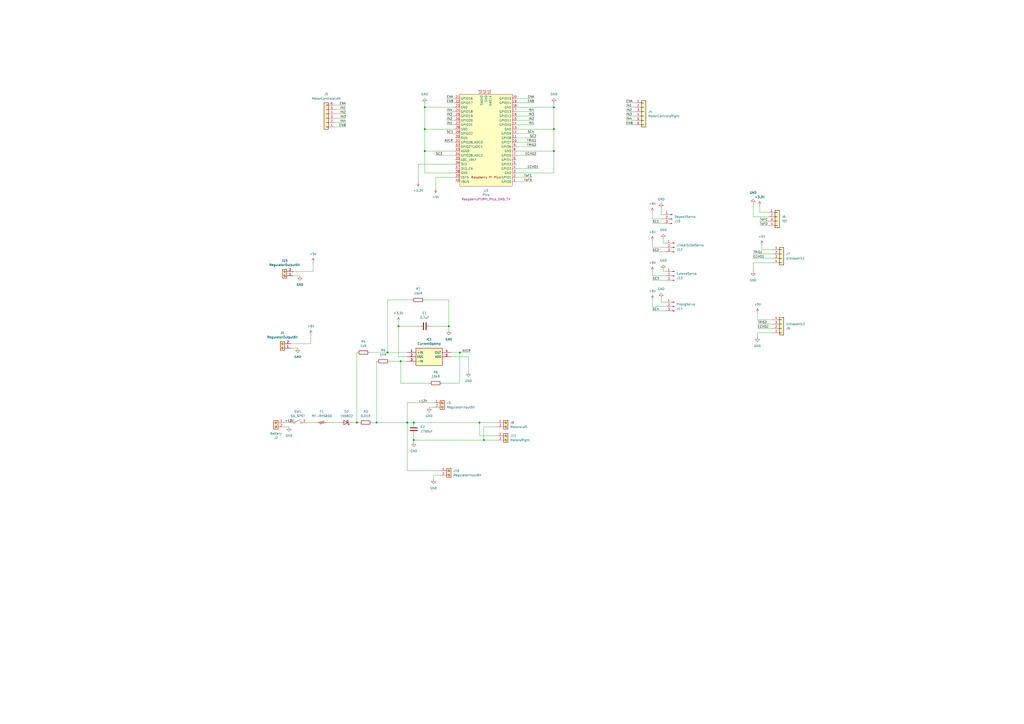
<source format=kicad_sch>
(kicad_sch (version 20230121) (generator eeschema)

  (uuid 164c8c02-9977-4ef3-9c19-e3e92bd82d54)

  (paper "A2")

  (lib_symbols
    (symbol "Connector:Conn_01x03_Pin" (pin_names (offset 1.016) hide) (in_bom yes) (on_board yes)
      (property "Reference" "J" (at 0 5.08 0)
        (effects (font (size 1.27 1.27)))
      )
      (property "Value" "Conn_01x03_Pin" (at 0 -5.08 0)
        (effects (font (size 1.27 1.27)))
      )
      (property "Footprint" "" (at 0 0 0)
        (effects (font (size 1.27 1.27)) hide)
      )
      (property "Datasheet" "~" (at 0 0 0)
        (effects (font (size 1.27 1.27)) hide)
      )
      (property "ki_locked" "" (at 0 0 0)
        (effects (font (size 1.27 1.27)))
      )
      (property "ki_keywords" "connector" (at 0 0 0)
        (effects (font (size 1.27 1.27)) hide)
      )
      (property "ki_description" "Generic connector, single row, 01x03, script generated" (at 0 0 0)
        (effects (font (size 1.27 1.27)) hide)
      )
      (property "ki_fp_filters" "Connector*:*_1x??_*" (at 0 0 0)
        (effects (font (size 1.27 1.27)) hide)
      )
      (symbol "Conn_01x03_Pin_1_1"
        (polyline
          (pts
            (xy 1.27 -2.54)
            (xy 0.8636 -2.54)
          )
          (stroke (width 0.1524) (type default))
          (fill (type none))
        )
        (polyline
          (pts
            (xy 1.27 0)
            (xy 0.8636 0)
          )
          (stroke (width 0.1524) (type default))
          (fill (type none))
        )
        (polyline
          (pts
            (xy 1.27 2.54)
            (xy 0.8636 2.54)
          )
          (stroke (width 0.1524) (type default))
          (fill (type none))
        )
        (rectangle (start 0.8636 -2.413) (end 0 -2.667)
          (stroke (width 0.1524) (type default))
          (fill (type outline))
        )
        (rectangle (start 0.8636 0.127) (end 0 -0.127)
          (stroke (width 0.1524) (type default))
          (fill (type outline))
        )
        (rectangle (start 0.8636 2.667) (end 0 2.413)
          (stroke (width 0.1524) (type default))
          (fill (type outline))
        )
        (pin passive line (at 5.08 2.54 180) (length 3.81)
          (name "Pin_1" (effects (font (size 1.27 1.27))))
          (number "1" (effects (font (size 1.27 1.27))))
        )
        (pin passive line (at 5.08 0 180) (length 3.81)
          (name "Pin_2" (effects (font (size 1.27 1.27))))
          (number "2" (effects (font (size 1.27 1.27))))
        )
        (pin passive line (at 5.08 -2.54 180) (length 3.81)
          (name "Pin_3" (effects (font (size 1.27 1.27))))
          (number "3" (effects (font (size 1.27 1.27))))
        )
      )
    )
    (symbol "Connector:Screw_Terminal_01x02" (pin_names (offset 1.016) hide) (in_bom yes) (on_board yes)
      (property "Reference" "J" (at 0 2.54 0)
        (effects (font (size 1.27 1.27)))
      )
      (property "Value" "Screw_Terminal_01x02" (at 0 -5.08 0)
        (effects (font (size 1.27 1.27)))
      )
      (property "Footprint" "" (at 0 0 0)
        (effects (font (size 1.27 1.27)) hide)
      )
      (property "Datasheet" "~" (at 0 0 0)
        (effects (font (size 1.27 1.27)) hide)
      )
      (property "ki_keywords" "screw terminal" (at 0 0 0)
        (effects (font (size 1.27 1.27)) hide)
      )
      (property "ki_description" "Generic screw terminal, single row, 01x02, script generated (kicad-library-utils/schlib/autogen/connector/)" (at 0 0 0)
        (effects (font (size 1.27 1.27)) hide)
      )
      (property "ki_fp_filters" "TerminalBlock*:*" (at 0 0 0)
        (effects (font (size 1.27 1.27)) hide)
      )
      (symbol "Screw_Terminal_01x02_1_1"
        (rectangle (start -1.27 1.27) (end 1.27 -3.81)
          (stroke (width 0.254) (type default))
          (fill (type background))
        )
        (circle (center 0 -2.54) (radius 0.635)
          (stroke (width 0.1524) (type default))
          (fill (type none))
        )
        (polyline
          (pts
            (xy -0.5334 -2.2098)
            (xy 0.3302 -3.048)
          )
          (stroke (width 0.1524) (type default))
          (fill (type none))
        )
        (polyline
          (pts
            (xy -0.5334 0.3302)
            (xy 0.3302 -0.508)
          )
          (stroke (width 0.1524) (type default))
          (fill (type none))
        )
        (polyline
          (pts
            (xy -0.3556 -2.032)
            (xy 0.508 -2.8702)
          )
          (stroke (width 0.1524) (type default))
          (fill (type none))
        )
        (polyline
          (pts
            (xy -0.3556 0.508)
            (xy 0.508 -0.3302)
          )
          (stroke (width 0.1524) (type default))
          (fill (type none))
        )
        (circle (center 0 0) (radius 0.635)
          (stroke (width 0.1524) (type default))
          (fill (type none))
        )
        (pin passive line (at -5.08 0 0) (length 3.81)
          (name "Pin_1" (effects (font (size 1.27 1.27))))
          (number "1" (effects (font (size 1.27 1.27))))
        )
        (pin passive line (at -5.08 -2.54 0) (length 3.81)
          (name "Pin_2" (effects (font (size 1.27 1.27))))
          (number "2" (effects (font (size 1.27 1.27))))
        )
      )
    )
    (symbol "Connector_Generic:Conn_01x04" (pin_names (offset 1.016) hide) (in_bom yes) (on_board yes)
      (property "Reference" "J" (at 0 5.08 0)
        (effects (font (size 1.27 1.27)))
      )
      (property "Value" "Conn_01x04" (at 0 -7.62 0)
        (effects (font (size 1.27 1.27)))
      )
      (property "Footprint" "" (at 0 0 0)
        (effects (font (size 1.27 1.27)) hide)
      )
      (property "Datasheet" "~" (at 0 0 0)
        (effects (font (size 1.27 1.27)) hide)
      )
      (property "ki_keywords" "connector" (at 0 0 0)
        (effects (font (size 1.27 1.27)) hide)
      )
      (property "ki_description" "Generic connector, single row, 01x04, script generated (kicad-library-utils/schlib/autogen/connector/)" (at 0 0 0)
        (effects (font (size 1.27 1.27)) hide)
      )
      (property "ki_fp_filters" "Connector*:*_1x??_*" (at 0 0 0)
        (effects (font (size 1.27 1.27)) hide)
      )
      (symbol "Conn_01x04_1_1"
        (rectangle (start -1.27 -4.953) (end 0 -5.207)
          (stroke (width 0.1524) (type default))
          (fill (type none))
        )
        (rectangle (start -1.27 -2.413) (end 0 -2.667)
          (stroke (width 0.1524) (type default))
          (fill (type none))
        )
        (rectangle (start -1.27 0.127) (end 0 -0.127)
          (stroke (width 0.1524) (type default))
          (fill (type none))
        )
        (rectangle (start -1.27 2.667) (end 0 2.413)
          (stroke (width 0.1524) (type default))
          (fill (type none))
        )
        (rectangle (start -1.27 3.81) (end 1.27 -6.35)
          (stroke (width 0.254) (type default))
          (fill (type background))
        )
        (pin passive line (at -5.08 2.54 0) (length 3.81)
          (name "Pin_1" (effects (font (size 1.27 1.27))))
          (number "1" (effects (font (size 1.27 1.27))))
        )
        (pin passive line (at -5.08 0 0) (length 3.81)
          (name "Pin_2" (effects (font (size 1.27 1.27))))
          (number "2" (effects (font (size 1.27 1.27))))
        )
        (pin passive line (at -5.08 -2.54 0) (length 3.81)
          (name "Pin_3" (effects (font (size 1.27 1.27))))
          (number "3" (effects (font (size 1.27 1.27))))
        )
        (pin passive line (at -5.08 -5.08 0) (length 3.81)
          (name "Pin_4" (effects (font (size 1.27 1.27))))
          (number "4" (effects (font (size 1.27 1.27))))
        )
      )
    )
    (symbol "Connector_Generic:Conn_01x06" (pin_names (offset 1.016) hide) (in_bom yes) (on_board yes)
      (property "Reference" "J" (at 0 7.62 0)
        (effects (font (size 1.27 1.27)))
      )
      (property "Value" "Conn_01x06" (at 0 -10.16 0)
        (effects (font (size 1.27 1.27)))
      )
      (property "Footprint" "" (at 0 0 0)
        (effects (font (size 1.27 1.27)) hide)
      )
      (property "Datasheet" "~" (at 0 0 0)
        (effects (font (size 1.27 1.27)) hide)
      )
      (property "ki_keywords" "connector" (at 0 0 0)
        (effects (font (size 1.27 1.27)) hide)
      )
      (property "ki_description" "Generic connector, single row, 01x06, script generated (kicad-library-utils/schlib/autogen/connector/)" (at 0 0 0)
        (effects (font (size 1.27 1.27)) hide)
      )
      (property "ki_fp_filters" "Connector*:*_1x??_*" (at 0 0 0)
        (effects (font (size 1.27 1.27)) hide)
      )
      (symbol "Conn_01x06_1_1"
        (rectangle (start -1.27 -7.493) (end 0 -7.747)
          (stroke (width 0.1524) (type default))
          (fill (type none))
        )
        (rectangle (start -1.27 -4.953) (end 0 -5.207)
          (stroke (width 0.1524) (type default))
          (fill (type none))
        )
        (rectangle (start -1.27 -2.413) (end 0 -2.667)
          (stroke (width 0.1524) (type default))
          (fill (type none))
        )
        (rectangle (start -1.27 0.127) (end 0 -0.127)
          (stroke (width 0.1524) (type default))
          (fill (type none))
        )
        (rectangle (start -1.27 2.667) (end 0 2.413)
          (stroke (width 0.1524) (type default))
          (fill (type none))
        )
        (rectangle (start -1.27 5.207) (end 0 4.953)
          (stroke (width 0.1524) (type default))
          (fill (type none))
        )
        (rectangle (start -1.27 6.35) (end 1.27 -8.89)
          (stroke (width 0.254) (type default))
          (fill (type background))
        )
        (pin passive line (at -5.08 5.08 0) (length 3.81)
          (name "Pin_1" (effects (font (size 1.27 1.27))))
          (number "1" (effects (font (size 1.27 1.27))))
        )
        (pin passive line (at -5.08 2.54 0) (length 3.81)
          (name "Pin_2" (effects (font (size 1.27 1.27))))
          (number "2" (effects (font (size 1.27 1.27))))
        )
        (pin passive line (at -5.08 0 0) (length 3.81)
          (name "Pin_3" (effects (font (size 1.27 1.27))))
          (number "3" (effects (font (size 1.27 1.27))))
        )
        (pin passive line (at -5.08 -2.54 0) (length 3.81)
          (name "Pin_4" (effects (font (size 1.27 1.27))))
          (number "4" (effects (font (size 1.27 1.27))))
        )
        (pin passive line (at -5.08 -5.08 0) (length 3.81)
          (name "Pin_5" (effects (font (size 1.27 1.27))))
          (number "5" (effects (font (size 1.27 1.27))))
        )
        (pin passive line (at -5.08 -7.62 0) (length 3.81)
          (name "Pin_6" (effects (font (size 1.27 1.27))))
          (number "6" (effects (font (size 1.27 1.27))))
        )
      )
    )
    (symbol "Device:C" (pin_numbers hide) (pin_names (offset 0.254)) (in_bom yes) (on_board yes)
      (property "Reference" "C" (at 0.635 2.54 0)
        (effects (font (size 1.27 1.27)) (justify left))
      )
      (property "Value" "C" (at 0.635 -2.54 0)
        (effects (font (size 1.27 1.27)) (justify left))
      )
      (property "Footprint" "" (at 0.9652 -3.81 0)
        (effects (font (size 1.27 1.27)) hide)
      )
      (property "Datasheet" "~" (at 0 0 0)
        (effects (font (size 1.27 1.27)) hide)
      )
      (property "ki_keywords" "cap capacitor" (at 0 0 0)
        (effects (font (size 1.27 1.27)) hide)
      )
      (property "ki_description" "Unpolarized capacitor" (at 0 0 0)
        (effects (font (size 1.27 1.27)) hide)
      )
      (property "ki_fp_filters" "C_*" (at 0 0 0)
        (effects (font (size 1.27 1.27)) hide)
      )
      (symbol "C_0_1"
        (polyline
          (pts
            (xy -2.032 -0.762)
            (xy 2.032 -0.762)
          )
          (stroke (width 0.508) (type default))
          (fill (type none))
        )
        (polyline
          (pts
            (xy -2.032 0.762)
            (xy 2.032 0.762)
          )
          (stroke (width 0.508) (type default))
          (fill (type none))
        )
      )
      (symbol "C_1_1"
        (pin passive line (at 0 3.81 270) (length 2.794)
          (name "~" (effects (font (size 1.27 1.27))))
          (number "1" (effects (font (size 1.27 1.27))))
        )
        (pin passive line (at 0 -3.81 90) (length 2.794)
          (name "~" (effects (font (size 1.27 1.27))))
          (number "2" (effects (font (size 1.27 1.27))))
        )
      )
    )
    (symbol "Device:Polyfuse_Small" (pin_numbers hide) (pin_names (offset 0)) (in_bom yes) (on_board yes)
      (property "Reference" "F" (at -1.905 0 90)
        (effects (font (size 1.27 1.27)))
      )
      (property "Value" "Polyfuse_Small" (at 1.905 0 90)
        (effects (font (size 1.27 1.27)))
      )
      (property "Footprint" "" (at 1.27 -5.08 0)
        (effects (font (size 1.27 1.27)) (justify left) hide)
      )
      (property "Datasheet" "~" (at 0 0 0)
        (effects (font (size 1.27 1.27)) hide)
      )
      (property "ki_keywords" "resettable fuse PTC PPTC polyfuse polyswitch" (at 0 0 0)
        (effects (font (size 1.27 1.27)) hide)
      )
      (property "ki_description" "Resettable fuse, polymeric positive temperature coefficient, small symbol" (at 0 0 0)
        (effects (font (size 1.27 1.27)) hide)
      )
      (property "ki_fp_filters" "*polyfuse* *PTC*" (at 0 0 0)
        (effects (font (size 1.27 1.27)) hide)
      )
      (symbol "Polyfuse_Small_0_1"
        (rectangle (start -0.508 1.27) (end 0.508 -1.27)
          (stroke (width 0) (type default))
          (fill (type none))
        )
        (polyline
          (pts
            (xy 0 2.54)
            (xy 0 -2.54)
          )
          (stroke (width 0) (type default))
          (fill (type none))
        )
        (polyline
          (pts
            (xy -1.016 1.27)
            (xy -1.016 0.762)
            (xy 1.016 -0.762)
            (xy 1.016 -1.27)
          )
          (stroke (width 0) (type default))
          (fill (type none))
        )
      )
      (symbol "Polyfuse_Small_1_1"
        (pin passive line (at 0 2.54 270) (length 0.635)
          (name "~" (effects (font (size 1.27 1.27))))
          (number "1" (effects (font (size 1.27 1.27))))
        )
        (pin passive line (at 0 -2.54 90) (length 0.635)
          (name "~" (effects (font (size 1.27 1.27))))
          (number "2" (effects (font (size 1.27 1.27))))
        )
      )
    )
    (symbol "Device:R" (pin_numbers hide) (pin_names (offset 0)) (in_bom yes) (on_board yes)
      (property "Reference" "R" (at 2.032 0 90)
        (effects (font (size 1.27 1.27)))
      )
      (property "Value" "R" (at 0 0 90)
        (effects (font (size 1.27 1.27)))
      )
      (property "Footprint" "" (at -1.778 0 90)
        (effects (font (size 1.27 1.27)) hide)
      )
      (property "Datasheet" "~" (at 0 0 0)
        (effects (font (size 1.27 1.27)) hide)
      )
      (property "ki_keywords" "R res resistor" (at 0 0 0)
        (effects (font (size 1.27 1.27)) hide)
      )
      (property "ki_description" "Resistor" (at 0 0 0)
        (effects (font (size 1.27 1.27)) hide)
      )
      (property "ki_fp_filters" "R_*" (at 0 0 0)
        (effects (font (size 1.27 1.27)) hide)
      )
      (symbol "R_0_1"
        (rectangle (start -1.016 -2.54) (end 1.016 2.54)
          (stroke (width 0.254) (type default))
          (fill (type none))
        )
      )
      (symbol "R_1_1"
        (pin passive line (at 0 3.81 270) (length 1.27)
          (name "~" (effects (font (size 1.27 1.27))))
          (number "1" (effects (font (size 1.27 1.27))))
        )
        (pin passive line (at 0 -3.81 90) (length 1.27)
          (name "~" (effects (font (size 1.27 1.27))))
          (number "2" (effects (font (size 1.27 1.27))))
        )
      )
    )
    (symbol "Diode:1N5822" (pin_numbers hide) (pin_names (offset 1.016) hide) (in_bom yes) (on_board yes)
      (property "Reference" "D" (at 0 2.54 0)
        (effects (font (size 1.27 1.27)))
      )
      (property "Value" "1N5822" (at 0 -2.54 0)
        (effects (font (size 1.27 1.27)))
      )
      (property "Footprint" "Diode_THT:D_DO-201AD_P15.24mm_Horizontal" (at 0 -4.445 0)
        (effects (font (size 1.27 1.27)) hide)
      )
      (property "Datasheet" "http://www.vishay.com/docs/88526/1n5820.pdf" (at 0 0 0)
        (effects (font (size 1.27 1.27)) hide)
      )
      (property "ki_keywords" "diode Schottky" (at 0 0 0)
        (effects (font (size 1.27 1.27)) hide)
      )
      (property "ki_description" "40V 3A Schottky Barrier Rectifier Diode, DO-201AD" (at 0 0 0)
        (effects (font (size 1.27 1.27)) hide)
      )
      (property "ki_fp_filters" "D*DO?201AD*" (at 0 0 0)
        (effects (font (size 1.27 1.27)) hide)
      )
      (symbol "1N5822_0_1"
        (polyline
          (pts
            (xy 1.27 0)
            (xy -1.27 0)
          )
          (stroke (width 0) (type default))
          (fill (type none))
        )
        (polyline
          (pts
            (xy 1.27 1.27)
            (xy 1.27 -1.27)
            (xy -1.27 0)
            (xy 1.27 1.27)
          )
          (stroke (width 0.254) (type default))
          (fill (type none))
        )
        (polyline
          (pts
            (xy -1.905 0.635)
            (xy -1.905 1.27)
            (xy -1.27 1.27)
            (xy -1.27 -1.27)
            (xy -0.635 -1.27)
            (xy -0.635 -0.635)
          )
          (stroke (width 0.254) (type default))
          (fill (type none))
        )
      )
      (symbol "1N5822_1_1"
        (pin passive line (at -3.81 0 0) (length 2.54)
          (name "K" (effects (font (size 1.27 1.27))))
          (number "1" (effects (font (size 1.27 1.27))))
        )
        (pin passive line (at 3.81 0 180) (length 2.54)
          (name "A" (effects (font (size 1.27 1.27))))
          (number "2" (effects (font (size 1.27 1.27))))
        )
      )
    )
    (symbol "Elec_Comps:LMR1802G-LBTR" (in_bom yes) (on_board yes)
      (property "Reference" "IC" (at 21.59 7.62 0)
        (effects (font (size 1.27 1.27)) (justify left top))
      )
      (property "Value" "LMR1802G-LBTR" (at 21.59 5.08 0)
        (effects (font (size 1.27 1.27)) (justify left top))
      )
      (property "Footprint" "SOT95P280X125-5N" (at 21.59 -94.92 0)
        (effects (font (size 1.27 1.27)) (justify left top) hide)
      )
      (property "Datasheet" "https://www.rohm.com/products/amplifiers-and-linear/operational-amplifiers/high-performance/ground-sense/lmr1802g-lb-product" (at 21.59 -194.92 0)
        (effects (font (size 1.27 1.27)) (justify left top) hide)
      )
      (property "Height" "1.25" (at 21.59 -394.92 0)
        (effects (font (size 1.27 1.27)) (justify left top) hide)
      )
      (property "Mouser Part Number" "755-LMR1802G-LBTR" (at 21.59 -494.92 0)
        (effects (font (size 1.27 1.27)) (justify left top) hide)
      )
      (property "Mouser Price/Stock" "https://www.mouser.co.uk/ProductDetail/ROHM-Semiconductor/LMR1802G-LBTR?qs=%252BEew9%252B0nqrCcdg%2Fv8y6fXw%3D%3D" (at 21.59 -594.92 0)
        (effects (font (size 1.27 1.27)) (justify left top) hide)
      )
      (property "Manufacturer_Name" "ROHM Semiconductor" (at 21.59 -694.92 0)
        (effects (font (size 1.27 1.27)) (justify left top) hide)
      )
      (property "Manufacturer_Part_Number" "LMR1802G-LBTR" (at 21.59 -794.92 0)
        (effects (font (size 1.27 1.27)) (justify left top) hide)
      )
      (property "ki_description" "Operational Amplifiers - Op Amps 5uV Offset Voltage SSOP5 CMOS" (at 0 0 0)
        (effects (font (size 1.27 1.27)) hide)
      )
      (symbol "LMR1802G-LBTR_1_1"
        (rectangle (start 5.08 2.54) (end 20.32 -7.62)
          (stroke (width 0.254) (type default))
          (fill (type background))
        )
        (pin passive line (at 0 0 0) (length 5.08)
          (name "+IN" (effects (font (size 1.27 1.27))))
          (number "1" (effects (font (size 1.27 1.27))))
        )
        (pin passive line (at 0 -2.54 0) (length 5.08)
          (name "VSS" (effects (font (size 1.27 1.27))))
          (number "2" (effects (font (size 1.27 1.27))))
        )
        (pin passive line (at 0 -5.08 0) (length 5.08)
          (name "-IN" (effects (font (size 1.27 1.27))))
          (number "3" (effects (font (size 1.27 1.27))))
        )
        (pin passive line (at 25.4 0 180) (length 5.08)
          (name "OUT" (effects (font (size 1.27 1.27))))
          (number "4" (effects (font (size 1.27 1.27))))
        )
        (pin passive line (at 25.4 -2.54 180) (length 5.08)
          (name "VDD" (effects (font (size 1.27 1.27))))
          (number "5" (effects (font (size 1.27 1.27))))
        )
      )
    )
    (symbol "RPI_PICO:Pico" (in_bom yes) (on_board yes)
      (property "Reference" "U" (at -13.97 27.94 0)
        (effects (font (size 1.27 1.27)))
      )
      (property "Value" "Pico" (at 0 19.05 0)
        (effects (font (size 1.27 1.27)))
      )
      (property "Footprint" "RPi_Pico:RPi_Pico_SMD_TH" (at 0 0 90)
        (effects (font (size 1.27 1.27)) hide)
      )
      (property "Datasheet" "" (at 0 0 0)
        (effects (font (size 1.27 1.27)) hide)
      )
      (symbol "Pico_0_0"
        (text "Raspberry Pi Pico" (at 0 21.59 0)
          (effects (font (size 1.27 1.27)))
        )
      )
      (symbol "Pico_0_1"
        (rectangle (start -15.24 26.67) (end 15.24 -26.67)
          (stroke (width 0) (type default))
          (fill (type background))
        )
      )
      (symbol "Pico_1_1"
        (pin bidirectional line (at -17.78 24.13 0) (length 2.54)
          (name "GPIO0" (effects (font (size 1.27 1.27))))
          (number "1" (effects (font (size 1.27 1.27))))
        )
        (pin bidirectional line (at -17.78 1.27 0) (length 2.54)
          (name "GPIO7" (effects (font (size 1.27 1.27))))
          (number "10" (effects (font (size 1.27 1.27))))
        )
        (pin bidirectional line (at -17.78 -1.27 0) (length 2.54)
          (name "GPIO8" (effects (font (size 1.27 1.27))))
          (number "11" (effects (font (size 1.27 1.27))))
        )
        (pin bidirectional line (at -17.78 -3.81 0) (length 2.54)
          (name "GPIO9" (effects (font (size 1.27 1.27))))
          (number "12" (effects (font (size 1.27 1.27))))
        )
        (pin power_in line (at -17.78 -6.35 0) (length 2.54)
          (name "GND" (effects (font (size 1.27 1.27))))
          (number "13" (effects (font (size 1.27 1.27))))
        )
        (pin bidirectional line (at -17.78 -8.89 0) (length 2.54)
          (name "GPIO10" (effects (font (size 1.27 1.27))))
          (number "14" (effects (font (size 1.27 1.27))))
        )
        (pin bidirectional line (at -17.78 -11.43 0) (length 2.54)
          (name "GPIO11" (effects (font (size 1.27 1.27))))
          (number "15" (effects (font (size 1.27 1.27))))
        )
        (pin bidirectional line (at -17.78 -13.97 0) (length 2.54)
          (name "GPIO12" (effects (font (size 1.27 1.27))))
          (number "16" (effects (font (size 1.27 1.27))))
        )
        (pin bidirectional line (at -17.78 -16.51 0) (length 2.54)
          (name "GPIO13" (effects (font (size 1.27 1.27))))
          (number "17" (effects (font (size 1.27 1.27))))
        )
        (pin power_in line (at -17.78 -19.05 0) (length 2.54)
          (name "GND" (effects (font (size 1.27 1.27))))
          (number "18" (effects (font (size 1.27 1.27))))
        )
        (pin bidirectional line (at -17.78 -21.59 0) (length 2.54)
          (name "GPIO14" (effects (font (size 1.27 1.27))))
          (number "19" (effects (font (size 1.27 1.27))))
        )
        (pin bidirectional line (at -17.78 21.59 0) (length 2.54)
          (name "GPIO1" (effects (font (size 1.27 1.27))))
          (number "2" (effects (font (size 1.27 1.27))))
        )
        (pin bidirectional line (at -17.78 -24.13 0) (length 2.54)
          (name "GPIO15" (effects (font (size 1.27 1.27))))
          (number "20" (effects (font (size 1.27 1.27))))
        )
        (pin bidirectional line (at 17.78 -24.13 180) (length 2.54)
          (name "GPIO16" (effects (font (size 1.27 1.27))))
          (number "21" (effects (font (size 1.27 1.27))))
        )
        (pin bidirectional line (at 17.78 -21.59 180) (length 2.54)
          (name "GPIO17" (effects (font (size 1.27 1.27))))
          (number "22" (effects (font (size 1.27 1.27))))
        )
        (pin power_in line (at 17.78 -19.05 180) (length 2.54)
          (name "GND" (effects (font (size 1.27 1.27))))
          (number "23" (effects (font (size 1.27 1.27))))
        )
        (pin bidirectional line (at 17.78 -16.51 180) (length 2.54)
          (name "GPIO18" (effects (font (size 1.27 1.27))))
          (number "24" (effects (font (size 1.27 1.27))))
        )
        (pin bidirectional line (at 17.78 -13.97 180) (length 2.54)
          (name "GPIO19" (effects (font (size 1.27 1.27))))
          (number "25" (effects (font (size 1.27 1.27))))
        )
        (pin bidirectional line (at 17.78 -11.43 180) (length 2.54)
          (name "GPIO20" (effects (font (size 1.27 1.27))))
          (number "26" (effects (font (size 1.27 1.27))))
        )
        (pin bidirectional line (at 17.78 -8.89 180) (length 2.54)
          (name "GPIO21" (effects (font (size 1.27 1.27))))
          (number "27" (effects (font (size 1.27 1.27))))
        )
        (pin power_in line (at 17.78 -6.35 180) (length 2.54)
          (name "GND" (effects (font (size 1.27 1.27))))
          (number "28" (effects (font (size 1.27 1.27))))
        )
        (pin bidirectional line (at 17.78 -3.81 180) (length 2.54)
          (name "GPIO22" (effects (font (size 1.27 1.27))))
          (number "29" (effects (font (size 1.27 1.27))))
        )
        (pin power_in line (at -17.78 19.05 0) (length 2.54)
          (name "GND" (effects (font (size 1.27 1.27))))
          (number "3" (effects (font (size 1.27 1.27))))
        )
        (pin input line (at 17.78 -1.27 180) (length 2.54)
          (name "RUN" (effects (font (size 1.27 1.27))))
          (number "30" (effects (font (size 1.27 1.27))))
        )
        (pin bidirectional line (at 17.78 1.27 180) (length 2.54)
          (name "GPIO26_ADC0" (effects (font (size 1.27 1.27))))
          (number "31" (effects (font (size 1.27 1.27))))
        )
        (pin bidirectional line (at 17.78 3.81 180) (length 2.54)
          (name "GPIO27_ADC1" (effects (font (size 1.27 1.27))))
          (number "32" (effects (font (size 1.27 1.27))))
        )
        (pin power_in line (at 17.78 6.35 180) (length 2.54)
          (name "AGND" (effects (font (size 1.27 1.27))))
          (number "33" (effects (font (size 1.27 1.27))))
        )
        (pin bidirectional line (at 17.78 8.89 180) (length 2.54)
          (name "GPIO28_ADC2" (effects (font (size 1.27 1.27))))
          (number "34" (effects (font (size 1.27 1.27))))
        )
        (pin power_in line (at 17.78 11.43 180) (length 2.54)
          (name "ADC_VREF" (effects (font (size 1.27 1.27))))
          (number "35" (effects (font (size 1.27 1.27))))
        )
        (pin power_in line (at 17.78 13.97 180) (length 2.54)
          (name "3V3" (effects (font (size 1.27 1.27))))
          (number "36" (effects (font (size 1.27 1.27))))
        )
        (pin input line (at 17.78 16.51 180) (length 2.54)
          (name "3V3_EN" (effects (font (size 1.27 1.27))))
          (number "37" (effects (font (size 1.27 1.27))))
        )
        (pin bidirectional line (at 17.78 19.05 180) (length 2.54)
          (name "GND" (effects (font (size 1.27 1.27))))
          (number "38" (effects (font (size 1.27 1.27))))
        )
        (pin power_in line (at 17.78 21.59 180) (length 2.54)
          (name "VSYS" (effects (font (size 1.27 1.27))))
          (number "39" (effects (font (size 1.27 1.27))))
        )
        (pin bidirectional line (at -17.78 16.51 0) (length 2.54)
          (name "GPIO2" (effects (font (size 1.27 1.27))))
          (number "4" (effects (font (size 1.27 1.27))))
        )
        (pin power_in line (at 17.78 24.13 180) (length 2.54)
          (name "VBUS" (effects (font (size 1.27 1.27))))
          (number "40" (effects (font (size 1.27 1.27))))
        )
        (pin input line (at -2.54 -29.21 90) (length 2.54)
          (name "SWCLK" (effects (font (size 1.27 1.27))))
          (number "41" (effects (font (size 1.27 1.27))))
        )
        (pin power_in line (at 0 -29.21 90) (length 2.54)
          (name "GND" (effects (font (size 1.27 1.27))))
          (number "42" (effects (font (size 1.27 1.27))))
        )
        (pin bidirectional line (at 2.54 -29.21 90) (length 2.54)
          (name "SWDIO" (effects (font (size 1.27 1.27))))
          (number "43" (effects (font (size 1.27 1.27))))
        )
        (pin bidirectional line (at -17.78 13.97 0) (length 2.54)
          (name "GPIO3" (effects (font (size 1.27 1.27))))
          (number "5" (effects (font (size 1.27 1.27))))
        )
        (pin bidirectional line (at -17.78 11.43 0) (length 2.54)
          (name "GPIO4" (effects (font (size 1.27 1.27))))
          (number "6" (effects (font (size 1.27 1.27))))
        )
        (pin bidirectional line (at -17.78 8.89 0) (length 2.54)
          (name "GPIO5" (effects (font (size 1.27 1.27))))
          (number "7" (effects (font (size 1.27 1.27))))
        )
        (pin power_in line (at -17.78 6.35 0) (length 2.54)
          (name "GND" (effects (font (size 1.27 1.27))))
          (number "8" (effects (font (size 1.27 1.27))))
        )
        (pin bidirectional line (at -17.78 3.81 0) (length 2.54)
          (name "GPIO6" (effects (font (size 1.27 1.27))))
          (number "9" (effects (font (size 1.27 1.27))))
        )
      )
    )
    (symbol "Switch:SW_SPST" (pin_names (offset 0) hide) (in_bom yes) (on_board yes)
      (property "Reference" "SW" (at 0 3.175 0)
        (effects (font (size 1.27 1.27)))
      )
      (property "Value" "SW_SPST" (at 0 -2.54 0)
        (effects (font (size 1.27 1.27)))
      )
      (property "Footprint" "" (at 0 0 0)
        (effects (font (size 1.27 1.27)) hide)
      )
      (property "Datasheet" "~" (at 0 0 0)
        (effects (font (size 1.27 1.27)) hide)
      )
      (property "ki_keywords" "switch lever" (at 0 0 0)
        (effects (font (size 1.27 1.27)) hide)
      )
      (property "ki_description" "Single Pole Single Throw (SPST) switch" (at 0 0 0)
        (effects (font (size 1.27 1.27)) hide)
      )
      (symbol "SW_SPST_0_0"
        (circle (center -2.032 0) (radius 0.508)
          (stroke (width 0) (type default))
          (fill (type none))
        )
        (polyline
          (pts
            (xy -1.524 0.254)
            (xy 1.524 1.778)
          )
          (stroke (width 0) (type default))
          (fill (type none))
        )
        (circle (center 2.032 0) (radius 0.508)
          (stroke (width 0) (type default))
          (fill (type none))
        )
      )
      (symbol "SW_SPST_1_1"
        (pin passive line (at -5.08 0 0) (length 2.54)
          (name "A" (effects (font (size 1.27 1.27))))
          (number "1" (effects (font (size 1.27 1.27))))
        )
        (pin passive line (at 5.08 0 180) (length 2.54)
          (name "B" (effects (font (size 1.27 1.27))))
          (number "2" (effects (font (size 1.27 1.27))))
        )
      )
    )
    (symbol "power:+3.3V" (power) (pin_names (offset 0)) (in_bom yes) (on_board yes)
      (property "Reference" "#PWR" (at 0 -3.81 0)
        (effects (font (size 1.27 1.27)) hide)
      )
      (property "Value" "+3.3V" (at 0 3.556 0)
        (effects (font (size 1.27 1.27)))
      )
      (property "Footprint" "" (at 0 0 0)
        (effects (font (size 1.27 1.27)) hide)
      )
      (property "Datasheet" "" (at 0 0 0)
        (effects (font (size 1.27 1.27)) hide)
      )
      (property "ki_keywords" "global power" (at 0 0 0)
        (effects (font (size 1.27 1.27)) hide)
      )
      (property "ki_description" "Power symbol creates a global label with name \"+3.3V\"" (at 0 0 0)
        (effects (font (size 1.27 1.27)) hide)
      )
      (symbol "+3.3V_0_1"
        (polyline
          (pts
            (xy -0.762 1.27)
            (xy 0 2.54)
          )
          (stroke (width 0) (type default))
          (fill (type none))
        )
        (polyline
          (pts
            (xy 0 0)
            (xy 0 2.54)
          )
          (stroke (width 0) (type default))
          (fill (type none))
        )
        (polyline
          (pts
            (xy 0 2.54)
            (xy 0.762 1.27)
          )
          (stroke (width 0) (type default))
          (fill (type none))
        )
      )
      (symbol "+3.3V_1_1"
        (pin power_in line (at 0 0 90) (length 0) hide
          (name "+3.3V" (effects (font (size 1.27 1.27))))
          (number "1" (effects (font (size 1.27 1.27))))
        )
      )
    )
    (symbol "power:+5V" (power) (pin_names (offset 0)) (in_bom yes) (on_board yes)
      (property "Reference" "#PWR" (at 0 -3.81 0)
        (effects (font (size 1.27 1.27)) hide)
      )
      (property "Value" "+5V" (at 0 3.556 0)
        (effects (font (size 1.27 1.27)))
      )
      (property "Footprint" "" (at 0 0 0)
        (effects (font (size 1.27 1.27)) hide)
      )
      (property "Datasheet" "" (at 0 0 0)
        (effects (font (size 1.27 1.27)) hide)
      )
      (property "ki_keywords" "global power" (at 0 0 0)
        (effects (font (size 1.27 1.27)) hide)
      )
      (property "ki_description" "Power symbol creates a global label with name \"+5V\"" (at 0 0 0)
        (effects (font (size 1.27 1.27)) hide)
      )
      (symbol "+5V_0_1"
        (polyline
          (pts
            (xy -0.762 1.27)
            (xy 0 2.54)
          )
          (stroke (width 0) (type default))
          (fill (type none))
        )
        (polyline
          (pts
            (xy 0 0)
            (xy 0 2.54)
          )
          (stroke (width 0) (type default))
          (fill (type none))
        )
        (polyline
          (pts
            (xy 0 2.54)
            (xy 0.762 1.27)
          )
          (stroke (width 0) (type default))
          (fill (type none))
        )
      )
      (symbol "+5V_1_1"
        (pin power_in line (at 0 0 90) (length 0) hide
          (name "+5V" (effects (font (size 1.27 1.27))))
          (number "1" (effects (font (size 1.27 1.27))))
        )
      )
    )
    (symbol "power:+6V" (power) (pin_names (offset 0)) (in_bom yes) (on_board yes)
      (property "Reference" "#PWR" (at 0 -3.81 0)
        (effects (font (size 1.27 1.27)) hide)
      )
      (property "Value" "+6V" (at 0 3.556 0)
        (effects (font (size 1.27 1.27)))
      )
      (property "Footprint" "" (at 0 0 0)
        (effects (font (size 1.27 1.27)) hide)
      )
      (property "Datasheet" "" (at 0 0 0)
        (effects (font (size 1.27 1.27)) hide)
      )
      (property "ki_keywords" "global power" (at 0 0 0)
        (effects (font (size 1.27 1.27)) hide)
      )
      (property "ki_description" "Power symbol creates a global label with name \"+6V\"" (at 0 0 0)
        (effects (font (size 1.27 1.27)) hide)
      )
      (symbol "+6V_0_1"
        (polyline
          (pts
            (xy -0.762 1.27)
            (xy 0 2.54)
          )
          (stroke (width 0) (type default))
          (fill (type none))
        )
        (polyline
          (pts
            (xy 0 0)
            (xy 0 2.54)
          )
          (stroke (width 0) (type default))
          (fill (type none))
        )
        (polyline
          (pts
            (xy 0 2.54)
            (xy 0.762 1.27)
          )
          (stroke (width 0) (type default))
          (fill (type none))
        )
      )
      (symbol "+6V_1_1"
        (pin power_in line (at 0 0 90) (length 0) hide
          (name "+6V" (effects (font (size 1.27 1.27))))
          (number "1" (effects (font (size 1.27 1.27))))
        )
      )
    )
    (symbol "power:GND" (power) (pin_names (offset 0)) (in_bom yes) (on_board yes)
      (property "Reference" "#PWR" (at 0 -6.35 0)
        (effects (font (size 1.27 1.27)) hide)
      )
      (property "Value" "GND" (at 0 -3.81 0)
        (effects (font (size 1.27 1.27)))
      )
      (property "Footprint" "" (at 0 0 0)
        (effects (font (size 1.27 1.27)) hide)
      )
      (property "Datasheet" "" (at 0 0 0)
        (effects (font (size 1.27 1.27)) hide)
      )
      (property "ki_keywords" "global power" (at 0 0 0)
        (effects (font (size 1.27 1.27)) hide)
      )
      (property "ki_description" "Power symbol creates a global label with name \"GND\" , ground" (at 0 0 0)
        (effects (font (size 1.27 1.27)) hide)
      )
      (symbol "GND_0_1"
        (polyline
          (pts
            (xy 0 0)
            (xy 0 -1.27)
            (xy 1.27 -1.27)
            (xy 0 -2.54)
            (xy -1.27 -1.27)
            (xy 0 -1.27)
          )
          (stroke (width 0) (type default))
          (fill (type none))
        )
      )
      (symbol "GND_1_1"
        (pin power_in line (at 0 0 270) (length 0) hide
          (name "GND" (effects (font (size 1.27 1.27))))
          (number "1" (effects (font (size 1.27 1.27))))
        )
      )
    )
  )

  (junction (at 321.31 62.23) (diameter 0) (color 0 0 0 0)
    (uuid 2891a617-76c2-47f8-8a88-4edb23f07e05)
  )
  (junction (at 246.38 74.93) (diameter 0) (color 0 0 0 0)
    (uuid 2a07543d-5d68-4c98-aca0-98f242daa36d)
  )
  (junction (at 278.13 245.11) (diameter 0) (color 0 0 0 0)
    (uuid 2f9294ab-a930-4072-a1e8-a9eb79e9bc62)
  )
  (junction (at 260.35 189.23) (diameter 0) (color 0 0 0 0)
    (uuid 33b3ba7c-5bf7-472f-8631-f7c5ae54b1e0)
  )
  (junction (at 240.03 245.11) (diameter 0) (color 0 0 0 0)
    (uuid 3966aaef-1b48-4259-890f-1b252db27b6a)
  )
  (junction (at 236.22 245.11) (diameter 0) (color 0 0 0 0)
    (uuid 3fdf93fe-3a5d-48c5-8f52-dfa60a702dac)
  )
  (junction (at 224.79 204.47) (diameter 0) (color 0 0 0 0)
    (uuid 4dcc7542-17f3-4348-9668-33ed7386f4fa)
  )
  (junction (at 207.01 245.11) (diameter 0) (color 0 0 0 0)
    (uuid 6219b04e-0b04-40a5-b4a2-eb49d89ee4da)
  )
  (junction (at 240.03 255.27) (diameter 0) (color 0 0 0 0)
    (uuid 65e90b27-353e-4917-9c6b-340833286cec)
  )
  (junction (at 246.38 62.23) (diameter 0) (color 0 0 0 0)
    (uuid 685f2654-2574-48ef-b28c-4bcafd0c4b2a)
  )
  (junction (at 266.7 204.47) (diameter 0) (color 0 0 0 0)
    (uuid 81ca9bdc-7e2c-462c-a9b2-c1f341cd94c6)
  )
  (junction (at 231.14 189.23) (diameter 0) (color 0 0 0 0)
    (uuid 89ba2b70-9493-4c63-b011-e51fe186b996)
  )
  (junction (at 321.31 74.93) (diameter 0) (color 0 0 0 0)
    (uuid 970ab502-d763-45f6-8d5c-b7c43ca6f38b)
  )
  (junction (at 218.44 245.11) (diameter 0) (color 0 0 0 0)
    (uuid c3eca9f1-ca29-45eb-9340-6d4c0b5750fd)
  )
  (junction (at 321.31 87.63) (diameter 0) (color 0 0 0 0)
    (uuid d85f330b-a3e0-4c87-8208-165045a38544)
  )
  (junction (at 232.41 209.55) (diameter 0) (color 0 0 0 0)
    (uuid e543a722-0af0-4fab-a221-ee5e19a0b99b)
  )
  (junction (at 280.67 255.27) (diameter 0) (color 0 0 0 0)
    (uuid e8556736-60bd-4341-ad62-250d34e27b09)
  )
  (junction (at 246.38 87.63) (diameter 0) (color 0 0 0 0)
    (uuid f6a74050-54bb-44da-b0f8-2b6638b1a7e5)
  )

  (wire (pts (xy 259.08 77.47) (xy 264.16 77.47))
    (stroke (width 0) (type default))
    (uuid 00885713-4112-487b-8eb5-c2cde4117ddc)
  )
  (wire (pts (xy 384.81 156.21) (xy 384.81 157.48))
    (stroke (width 0) (type default))
    (uuid 01578bc4-b5f4-4e5b-9e8b-2fcf9daaaf45)
  )
  (wire (pts (xy 194.31 73.66) (xy 200.66 73.66))
    (stroke (width 0) (type default))
    (uuid 05e4dedc-04ee-4c3d-83bd-6a3e1356d440)
  )
  (wire (pts (xy 448.31 144.78) (xy 441.96 144.78))
    (stroke (width 0) (type default))
    (uuid 060cc97d-2547-457b-977a-c26d1ac6154a)
  )
  (wire (pts (xy 246.38 100.33) (xy 264.16 100.33))
    (stroke (width 0) (type default))
    (uuid 06bd9d16-b3aa-49b5-bcc8-0b4dee8e3248)
  )
  (wire (pts (xy 363.22 59.69) (xy 368.3 59.69))
    (stroke (width 0) (type default))
    (uuid 0765c890-e7f1-4e50-be02-7fc10589170a)
  )
  (wire (pts (xy 168.91 199.39) (xy 180.34 199.39))
    (stroke (width 0) (type default))
    (uuid 09cfc986-b19b-48e0-95a5-f06827ee9c4c)
  )
  (wire (pts (xy 165.1 247.65) (xy 167.64 247.65))
    (stroke (width 0) (type default))
    (uuid 0b7b0ede-0e07-49e4-8583-70d1b2d034b0)
  )
  (wire (pts (xy 224.79 204.47) (xy 236.22 204.47))
    (stroke (width 0) (type default))
    (uuid 0c4cd998-0cf7-42c1-8c2e-43a66c43a127)
  )
  (wire (pts (xy 321.31 87.63) (xy 321.31 100.33))
    (stroke (width 0) (type default))
    (uuid 0d8039c7-0927-45e7-ad21-1e7cf01f3bc4)
  )
  (wire (pts (xy 250.19 189.23) (xy 260.35 189.23))
    (stroke (width 0) (type default))
    (uuid 0e14814c-bda4-4393-aed4-98eb78223fcf)
  )
  (wire (pts (xy 299.72 67.31) (xy 309.88 67.31))
    (stroke (width 0) (type default))
    (uuid 0e1d90e7-93a5-4074-afd0-2fc251f3b59c)
  )
  (wire (pts (xy 177.8 245.11) (xy 184.15 245.11))
    (stroke (width 0) (type default))
    (uuid 0ed8bafa-5f50-4b0f-92d2-a7de27813c2b)
  )
  (wire (pts (xy 383.54 120.65) (xy 383.54 124.46))
    (stroke (width 0) (type default))
    (uuid 0f240423-88fd-4e23-a8e1-557c0dbdf1ae)
  )
  (wire (pts (xy 439.42 193.04) (xy 439.42 195.58))
    (stroke (width 0) (type default))
    (uuid 106892dc-942f-4f94-807d-9d4ee8232f12)
  )
  (wire (pts (xy 252.73 102.87) (xy 252.73 109.22))
    (stroke (width 0) (type default))
    (uuid 1128317a-35fd-4444-9a7c-06ceb143bd3f)
  )
  (wire (pts (xy 240.03 255.27) (xy 240.03 256.54))
    (stroke (width 0) (type default))
    (uuid 11b8a819-6307-4009-95a7-7501bb5b3f60)
  )
  (wire (pts (xy 439.42 185.42) (xy 448.31 185.42))
    (stroke (width 0) (type default))
    (uuid 13facff5-b514-4020-9cd8-d38764d3d88a)
  )
  (wire (pts (xy 246.38 87.63) (xy 264.16 87.63))
    (stroke (width 0) (type default))
    (uuid 141e83e3-f4e0-463f-aca2-b1ad2f7e2f97)
  )
  (wire (pts (xy 259.08 59.69) (xy 264.16 59.69))
    (stroke (width 0) (type default))
    (uuid 178ecd06-e647-4b94-a598-a5394ffdc01d)
  )
  (wire (pts (xy 214.63 204.47) (xy 224.79 204.47))
    (stroke (width 0) (type default))
    (uuid 19dc7d7d-2987-42cd-8b28-b2545da61f5a)
  )
  (wire (pts (xy 439.42 187.96) (xy 448.31 187.96))
    (stroke (width 0) (type default))
    (uuid 1c9ce799-42e2-4836-a593-f190866e5839)
  )
  (wire (pts (xy 246.38 74.93) (xy 264.16 74.93))
    (stroke (width 0) (type default))
    (uuid 1f55f541-abb5-4b01-9e32-19a757e31057)
  )
  (wire (pts (xy 246.38 87.63) (xy 246.38 100.33))
    (stroke (width 0) (type default))
    (uuid 2663ffb9-9881-46c3-be7c-2989bbd4cd76)
  )
  (wire (pts (xy 299.72 105.41) (xy 308.61 105.41))
    (stroke (width 0) (type default))
    (uuid 27eef179-23a3-4ecc-b208-7b8d957b2953)
  )
  (wire (pts (xy 266.7 204.47) (xy 266.7 222.25))
    (stroke (width 0) (type default))
    (uuid 28fc5fc3-d7d8-4e53-ae04-8cc8a6c78800)
  )
  (wire (pts (xy 440.69 128.27) (xy 445.77 128.27))
    (stroke (width 0) (type default))
    (uuid 29acb1ab-f381-4c93-bbcf-0c0ddd525f49)
  )
  (wire (pts (xy 378.46 173.99) (xy 378.46 177.8))
    (stroke (width 0) (type default))
    (uuid 2ac7178e-5ed3-43f2-ab5c-b752cac21279)
  )
  (wire (pts (xy 259.08 64.77) (xy 264.16 64.77))
    (stroke (width 0) (type default))
    (uuid 2de91411-70e5-4d2f-bbfc-667ebaaa484e)
  )
  (wire (pts (xy 246.38 74.93) (xy 246.38 87.63))
    (stroke (width 0) (type default))
    (uuid 2fae83be-41fb-471d-943c-f8d1af4e1d19)
  )
  (wire (pts (xy 280.67 255.27) (xy 288.29 255.27))
    (stroke (width 0) (type default))
    (uuid 3143254f-8473-4b1a-be3e-dd473ed495ae)
  )
  (wire (pts (xy 378.46 177.8) (xy 386.08 177.8))
    (stroke (width 0) (type default))
    (uuid 31c93a7f-f366-4367-ad4c-e5d70b78cf2c)
  )
  (wire (pts (xy 165.1 245.11) (xy 167.64 245.11))
    (stroke (width 0) (type default))
    (uuid 32e98eb6-5a50-468a-8f08-b76e9ee52c61)
  )
  (wire (pts (xy 299.72 64.77) (xy 309.88 64.77))
    (stroke (width 0) (type default))
    (uuid 35ec6c21-9dc9-47ef-b146-23f532573a99)
  )
  (wire (pts (xy 232.41 222.25) (xy 232.41 209.55))
    (stroke (width 0) (type default))
    (uuid 3687ec16-e0a7-479b-97f7-c0331014bc56)
  )
  (wire (pts (xy 378.46 123.19) (xy 378.46 127))
    (stroke (width 0) (type default))
    (uuid 37fd1e31-3afc-4ed5-baa2-2bf74f3ecaf7)
  )
  (wire (pts (xy 383.54 175.26) (xy 386.08 175.26))
    (stroke (width 0) (type default))
    (uuid 3aa9203f-268f-44c8-a178-d7731e43b67c)
  )
  (wire (pts (xy 280.67 255.27) (xy 280.67 247.65))
    (stroke (width 0) (type default))
    (uuid 3e865de7-3802-46c3-8116-e0e14ccc6df4)
  )
  (wire (pts (xy 170.18 157.48) (xy 181.61 157.48))
    (stroke (width 0) (type default))
    (uuid 3fda0328-7432-4be8-b128-d18df8d58334)
  )
  (wire (pts (xy 256.54 222.25) (xy 266.7 222.25))
    (stroke (width 0) (type default))
    (uuid 41509a56-d758-4b5c-ac07-694f9cee3902)
  )
  (wire (pts (xy 264.16 90.17) (xy 252.73 90.17))
    (stroke (width 0) (type default))
    (uuid 42953b9b-3a55-4402-80c7-8182b4ea4593)
  )
  (wire (pts (xy 264.16 102.87) (xy 252.73 102.87))
    (stroke (width 0) (type default))
    (uuid 46acc2b7-b081-49a8-ab6f-7ff2364981db)
  )
  (wire (pts (xy 246.38 59.69) (xy 246.38 62.23))
    (stroke (width 0) (type default))
    (uuid 4781aa59-2517-4e1b-beea-cf3f7692a160)
  )
  (wire (pts (xy 224.79 204.47) (xy 224.79 173.99))
    (stroke (width 0) (type default))
    (uuid 47d9eee3-16f9-4b06-99f8-49231de17f23)
  )
  (wire (pts (xy 257.81 82.55) (xy 264.16 82.55))
    (stroke (width 0) (type default))
    (uuid 4881bb0e-1ee7-4c71-bb88-00c1c212246c)
  )
  (wire (pts (xy 445.77 125.73) (xy 436.88 125.73))
    (stroke (width 0) (type default))
    (uuid 489c086b-3bcf-4999-9c64-5b98ce4f759a)
  )
  (wire (pts (xy 383.54 124.46) (xy 384.81 124.46))
    (stroke (width 0) (type default))
    (uuid 4992f448-b39a-49cf-86b2-7f1daa98a1af)
  )
  (wire (pts (xy 445.77 123.19) (xy 440.69 123.19))
    (stroke (width 0) (type default))
    (uuid 4b5b815d-9b62-4f6b-8c6a-e053b1dbc66b)
  )
  (wire (pts (xy 246.38 173.99) (xy 260.35 173.99))
    (stroke (width 0) (type default))
    (uuid 4cfe5025-60fa-43b1-a218-5ad7324bbffc)
  )
  (wire (pts (xy 299.72 102.87) (xy 308.61 102.87))
    (stroke (width 0) (type default))
    (uuid 4eb11f9a-73a7-42ef-88a0-290e64cd7546)
  )
  (wire (pts (xy 261.62 204.47) (xy 266.7 204.47))
    (stroke (width 0) (type default))
    (uuid 50216f88-a422-4277-9a7a-7a424bf91740)
  )
  (wire (pts (xy 378.46 160.02) (xy 386.08 160.02))
    (stroke (width 0) (type default))
    (uuid 50cb2119-3eb2-4449-823f-f46030e34e59)
  )
  (wire (pts (xy 299.72 77.47) (xy 309.88 77.47))
    (stroke (width 0) (type default))
    (uuid 55b9b9c2-4526-490b-87e3-ce0619bc56e2)
  )
  (wire (pts (xy 251.46 275.59) (xy 255.27 275.59))
    (stroke (width 0) (type default))
    (uuid 56463758-e790-47a2-9124-11aa83791aff)
  )
  (wire (pts (xy 170.18 160.02) (xy 173.99 160.02))
    (stroke (width 0) (type default))
    (uuid 5782581b-733c-40ae-b433-3ee9ebbbdb44)
  )
  (wire (pts (xy 271.78 207.01) (xy 271.78 215.9))
    (stroke (width 0) (type default))
    (uuid 58b69665-d3f8-4245-a577-86db195cebd9)
  )
  (wire (pts (xy 378.46 146.05) (xy 386.08 146.05))
    (stroke (width 0) (type default))
    (uuid 5943d881-cdd1-4d98-9cd0-6b1c42d6e6b9)
  )
  (wire (pts (xy 299.72 59.69) (xy 309.88 59.69))
    (stroke (width 0) (type default))
    (uuid 5d10c9b1-3370-4064-be0a-1e4038d62a0f)
  )
  (wire (pts (xy 248.92 222.25) (xy 232.41 222.25))
    (stroke (width 0) (type default))
    (uuid 61898170-2220-4506-8e18-d66c73da31b9)
  )
  (wire (pts (xy 299.72 85.09) (xy 311.15 85.09))
    (stroke (width 0) (type default))
    (uuid 62c1dc56-5cb3-49e6-846f-f1fe491b1bc4)
  )
  (wire (pts (xy 264.16 95.25) (xy 242.57 95.25))
    (stroke (width 0) (type default))
    (uuid 6315a08a-c875-470d-8e61-a82cfea621d0)
  )
  (wire (pts (xy 299.72 80.01) (xy 311.15 80.01))
    (stroke (width 0) (type default))
    (uuid 6971f087-5876-4c64-870c-cadd59da3f7b)
  )
  (wire (pts (xy 299.72 100.33) (xy 321.31 100.33))
    (stroke (width 0) (type default))
    (uuid 6e571778-f0be-43d7-a3d6-c64635bb03c7)
  )
  (wire (pts (xy 231.14 207.01) (xy 236.22 207.01))
    (stroke (width 0) (type default))
    (uuid 7166e7d9-e30e-49b8-81ce-8149f74dcad7)
  )
  (wire (pts (xy 232.41 209.55) (xy 236.22 209.55))
    (stroke (width 0) (type default))
    (uuid 7371f32b-2e9c-4cfd-952c-aad089af1612)
  )
  (wire (pts (xy 439.42 190.5) (xy 448.31 190.5))
    (stroke (width 0) (type default))
    (uuid 74f2ae38-c5be-4b73-8edb-6088cfe50714)
  )
  (wire (pts (xy 260.35 173.99) (xy 260.35 189.23))
    (stroke (width 0) (type default))
    (uuid 75b9881b-9d83-49b4-80a7-ac71c5e58812)
  )
  (wire (pts (xy 236.22 233.68) (xy 236.22 245.11))
    (stroke (width 0) (type default))
    (uuid 79f1a9fe-0201-45b3-889d-1a92f48cda30)
  )
  (wire (pts (xy 299.72 72.39) (xy 309.88 72.39))
    (stroke (width 0) (type default))
    (uuid 7b32e869-945d-47b1-bb40-1088fa06bff1)
  )
  (wire (pts (xy 204.47 245.11) (xy 207.01 245.11))
    (stroke (width 0) (type default))
    (uuid 7d66f588-0c9d-4790-a254-c52f1d8e182d)
  )
  (wire (pts (xy 240.03 252.73) (xy 240.03 255.27))
    (stroke (width 0) (type default))
    (uuid 7dccdbd9-34a3-431d-a5f8-5141ff1ce78b)
  )
  (wire (pts (xy 226.06 209.55) (xy 232.41 209.55))
    (stroke (width 0) (type default))
    (uuid 7f0443f7-b770-4319-bbd4-9f04b83b7f11)
  )
  (wire (pts (xy 246.38 62.23) (xy 246.38 74.93))
    (stroke (width 0) (type default))
    (uuid 7fb0ae76-cb78-4961-9e47-278919cd7e0b)
  )
  (wire (pts (xy 236.22 245.11) (xy 236.22 273.05))
    (stroke (width 0) (type default))
    (uuid 7fd94156-abf6-42e4-9306-76a6b8583a31)
  )
  (wire (pts (xy 439.42 181.61) (xy 439.42 185.42))
    (stroke (width 0) (type default))
    (uuid 7fdb73c6-a92b-4205-8829-c5b0516dfcc6)
  )
  (wire (pts (xy 240.03 245.11) (xy 278.13 245.11))
    (stroke (width 0) (type default))
    (uuid 8271b692-38d1-4b8d-96c3-e5f4dd47e601)
  )
  (wire (pts (xy 259.08 69.85) (xy 264.16 69.85))
    (stroke (width 0) (type default))
    (uuid 8430e5e6-11b5-49d9-b28c-4315ec278a37)
  )
  (wire (pts (xy 436.88 147.32) (xy 448.31 147.32))
    (stroke (width 0) (type default))
    (uuid 87e416f4-daca-4b02-ab9f-f65485b3df62)
  )
  (wire (pts (xy 168.91 201.93) (xy 172.72 201.93))
    (stroke (width 0) (type default))
    (uuid 8daa531c-add1-4465-8148-fbade5e5d2a8)
  )
  (wire (pts (xy 440.69 130.81) (xy 445.77 130.81))
    (stroke (width 0) (type default))
    (uuid 8ee2c0f4-4f56-42ef-bf60-f6236eebbb89)
  )
  (wire (pts (xy 189.23 245.11) (xy 196.85 245.11))
    (stroke (width 0) (type default))
    (uuid 8f00a197-32f7-4c35-ae5f-1bbef10e2aa3)
  )
  (wire (pts (xy 261.62 207.01) (xy 271.78 207.01))
    (stroke (width 0) (type default))
    (uuid 8f373b39-88bc-4398-ba9d-b6428ae4b8aa)
  )
  (wire (pts (xy 321.31 59.69) (xy 321.31 62.23))
    (stroke (width 0) (type default))
    (uuid 95809c52-64e7-4c21-8032-9bb46c27baae)
  )
  (wire (pts (xy 378.46 129.54) (xy 384.81 129.54))
    (stroke (width 0) (type default))
    (uuid 9920b304-245c-4350-ad2e-9c6f0b8dafcd)
  )
  (wire (pts (xy 218.44 209.55) (xy 218.44 245.11))
    (stroke (width 0) (type default))
    (uuid 995041d7-d6df-4719-9dca-1c33f2b5bbbc)
  )
  (wire (pts (xy 440.69 119.38) (xy 440.69 123.19))
    (stroke (width 0) (type default))
    (uuid a14b03e5-bd3d-4f3a-89f6-e5de55cb0378)
  )
  (wire (pts (xy 299.72 69.85) (xy 309.88 69.85))
    (stroke (width 0) (type default))
    (uuid a2f476ab-faa9-48d4-aa19-740d1af7ae3e)
  )
  (wire (pts (xy 299.72 57.15) (xy 309.88 57.15))
    (stroke (width 0) (type default))
    (uuid a3bb0e95-0f6f-45b5-a418-d71308eafffb)
  )
  (wire (pts (xy 378.46 143.51) (xy 386.08 143.51))
    (stroke (width 0) (type default))
    (uuid a93e208a-1e24-470c-b960-12f6ed2a8381)
  )
  (wire (pts (xy 278.13 252.73) (xy 288.29 252.73))
    (stroke (width 0) (type default))
    (uuid aa0693f7-52f7-4737-8868-6d2b72aa9ab2)
  )
  (wire (pts (xy 378.46 127) (xy 384.81 127))
    (stroke (width 0) (type default))
    (uuid aa234530-7159-46e1-bc94-6ff35e10a22b)
  )
  (wire (pts (xy 224.79 173.99) (xy 238.76 173.99))
    (stroke (width 0) (type default))
    (uuid aaf1aec0-c77b-4706-bd83-26d6778a718b)
  )
  (wire (pts (xy 363.22 64.77) (xy 368.3 64.77))
    (stroke (width 0) (type default))
    (uuid ab9feaac-f3c3-4866-95ad-08ea66c9b888)
  )
  (wire (pts (xy 439.42 193.04) (xy 448.31 193.04))
    (stroke (width 0) (type default))
    (uuid ac840dba-a0ad-462b-8e1f-d7a7af57fb17)
  )
  (wire (pts (xy 236.22 273.05) (xy 255.27 273.05))
    (stroke (width 0) (type default))
    (uuid aed0dc1c-5b9a-4c15-a136-87e555f316c6)
  )
  (wire (pts (xy 194.31 66.04) (xy 200.66 66.04))
    (stroke (width 0) (type default))
    (uuid af0d6a84-ad34-410b-b09f-8fc2ac233199)
  )
  (wire (pts (xy 240.03 255.27) (xy 280.67 255.27))
    (stroke (width 0) (type default))
    (uuid af78bc69-3b10-4004-8849-2762a121098a)
  )
  (wire (pts (xy 242.57 95.25) (xy 242.57 105.41))
    (stroke (width 0) (type default))
    (uuid af7b1d26-91fc-4536-a6da-0d83b99f337c)
  )
  (wire (pts (xy 251.46 233.68) (xy 236.22 233.68))
    (stroke (width 0) (type default))
    (uuid b26cd427-f66f-401f-951e-296d4a7d7684)
  )
  (wire (pts (xy 384.81 140.97) (xy 386.08 140.97))
    (stroke (width 0) (type default))
    (uuid b39fa1b6-5ddc-47c0-87ee-2733ab30d3f3)
  )
  (wire (pts (xy 194.31 71.12) (xy 200.66 71.12))
    (stroke (width 0) (type default))
    (uuid b3a11d0c-426c-407e-b6fe-50f46bfac82f)
  )
  (wire (pts (xy 436.88 152.4) (xy 436.88 157.48))
    (stroke (width 0) (type default))
    (uuid b4eb341a-3a82-4c22-800c-848b831a50af)
  )
  (wire (pts (xy 299.72 74.93) (xy 321.31 74.93))
    (stroke (width 0) (type default))
    (uuid b6c6458b-061f-406d-a9c2-83e5a6acd629)
  )
  (wire (pts (xy 299.72 62.23) (xy 321.31 62.23))
    (stroke (width 0) (type default))
    (uuid ba61b072-ffc0-4a09-bd00-67a245d83e3a)
  )
  (wire (pts (xy 260.35 189.23) (xy 260.35 191.77))
    (stroke (width 0) (type default))
    (uuid bb45ef5a-feb7-4244-8483-d1ac050e2983)
  )
  (wire (pts (xy 194.31 68.58) (xy 200.66 68.58))
    (stroke (width 0) (type default))
    (uuid bc6095fd-9179-45e0-9ff8-91f50fb6ee08)
  )
  (wire (pts (xy 448.31 152.4) (xy 436.88 152.4))
    (stroke (width 0) (type default))
    (uuid bc6bdc17-2763-4c6b-b0be-4e1ce43b3e5b)
  )
  (wire (pts (xy 218.44 245.11) (xy 236.22 245.11))
    (stroke (width 0) (type default))
    (uuid bf78d6a8-cb8a-4043-802d-3749768d85a3)
  )
  (wire (pts (xy 441.96 142.24) (xy 441.96 144.78))
    (stroke (width 0) (type default))
    (uuid c14d9764-df03-4c53-95fa-52b29695b712)
  )
  (wire (pts (xy 436.88 149.86) (xy 448.31 149.86))
    (stroke (width 0) (type default))
    (uuid c2869c0d-7a40-4a9d-b977-6a026d465aff)
  )
  (wire (pts (xy 259.08 57.15) (xy 264.16 57.15))
    (stroke (width 0) (type default))
    (uuid c29fa7bc-1378-49ab-acee-9aa381574bd8)
  )
  (wire (pts (xy 194.31 60.96) (xy 200.66 60.96))
    (stroke (width 0) (type default))
    (uuid c2d6b728-eef9-437b-9605-9dddd30c656d)
  )
  (wire (pts (xy 181.61 152.4) (xy 181.61 157.48))
    (stroke (width 0) (type default))
    (uuid c49b999e-ce88-4522-918d-1eefd39177eb)
  )
  (wire (pts (xy 321.31 62.23) (xy 321.31 74.93))
    (stroke (width 0) (type default))
    (uuid c5360f9a-746f-473d-aca5-547ad23d4044)
  )
  (wire (pts (xy 231.14 189.23) (xy 231.14 207.01))
    (stroke (width 0) (type default))
    (uuid c5fe9dc1-056f-4bd8-8e78-19a127e0ea4e)
  )
  (wire (pts (xy 363.22 72.39) (xy 368.3 72.39))
    (stroke (width 0) (type default))
    (uuid c719c333-dfbc-4d5a-b9f4-032762994c08)
  )
  (wire (pts (xy 383.54 172.72) (xy 383.54 175.26))
    (stroke (width 0) (type default))
    (uuid c7735e1b-f3dc-411c-889f-c90420217c98)
  )
  (wire (pts (xy 378.46 180.34) (xy 386.08 180.34))
    (stroke (width 0) (type default))
    (uuid c91ba6b2-9272-4a5d-a6db-022d527af896)
  )
  (wire (pts (xy 363.22 67.31) (xy 368.3 67.31))
    (stroke (width 0) (type default))
    (uuid cdb10c8c-13af-401c-96d0-24de730e0b25)
  )
  (wire (pts (xy 299.72 97.79) (xy 312.42 97.79))
    (stroke (width 0) (type default))
    (uuid ce7e4e16-9562-45c8-a599-a84a00a4b20a)
  )
  (wire (pts (xy 180.34 194.31) (xy 180.34 199.39))
    (stroke (width 0) (type default))
    (uuid ce8413d5-58ad-48f6-9431-07003080ddaa)
  )
  (wire (pts (xy 363.22 62.23) (xy 368.3 62.23))
    (stroke (width 0) (type default))
    (uuid cefe4a2b-2958-4286-b5fb-47974a5b70ff)
  )
  (wire (pts (xy 378.46 139.7) (xy 378.46 143.51))
    (stroke (width 0) (type default))
    (uuid d1801f33-922a-4720-8eeb-74d27c4995f8)
  )
  (wire (pts (xy 266.7 204.47) (xy 273.05 204.47))
    (stroke (width 0) (type default))
    (uuid d4fd7b84-913b-4ed3-8812-2105405c2389)
  )
  (wire (pts (xy 259.08 67.31) (xy 264.16 67.31))
    (stroke (width 0) (type default))
    (uuid d7c4cfd7-b472-4166-b09a-3df4033f5d82)
  )
  (wire (pts (xy 236.22 245.11) (xy 240.03 245.11))
    (stroke (width 0) (type default))
    (uuid d7dd4b75-3e3f-4c37-b75b-95d3f1694f21)
  )
  (wire (pts (xy 321.31 74.93) (xy 321.31 87.63))
    (stroke (width 0) (type default))
    (uuid dc9e2b49-074a-4439-a284-829d4d336426)
  )
  (wire (pts (xy 363.22 69.85) (xy 368.3 69.85))
    (stroke (width 0) (type default))
    (uuid dce9fedd-44b3-4fb0-a6b6-3a549bac521c)
  )
  (wire (pts (xy 436.88 118.11) (xy 436.88 125.73))
    (stroke (width 0) (type default))
    (uuid dcfee24c-d5f8-4ad2-b754-ec7ffebd07a1)
  )
  (wire (pts (xy 215.9 245.11) (xy 218.44 245.11))
    (stroke (width 0) (type default))
    (uuid ddcdf60b-fe5c-4662-9f25-a31f1f08b4dc)
  )
  (wire (pts (xy 246.38 62.23) (xy 264.16 62.23))
    (stroke (width 0) (type default))
    (uuid e04d2d2e-47e3-4191-970d-979ddee3d71a)
  )
  (wire (pts (xy 194.31 63.5) (xy 200.66 63.5))
    (stroke (width 0) (type default))
    (uuid e5810a1a-b665-4540-ace0-c3083515d762)
  )
  (wire (pts (xy 280.67 247.65) (xy 288.29 247.65))
    (stroke (width 0) (type default))
    (uuid e6bcf56a-9088-4bec-a290-bce84b08aaed)
  )
  (wire (pts (xy 231.14 186.69) (xy 231.14 189.23))
    (stroke (width 0) (type default))
    (uuid e7233097-8dd6-4714-b802-079125c0d8e5)
  )
  (wire (pts (xy 207.01 204.47) (xy 207.01 245.11))
    (stroke (width 0) (type default))
    (uuid e844512b-23c0-4a5b-aa3b-3896f4ddaa03)
  )
  (wire (pts (xy 299.72 90.17) (xy 311.15 90.17))
    (stroke (width 0) (type default))
    (uuid ece9b3b3-b44d-49a0-97c3-437b49101780)
  )
  (wire (pts (xy 251.46 278.13) (xy 251.46 275.59))
    (stroke (width 0) (type default))
    (uuid ed04110e-4893-4142-a9e9-4b19253c445a)
  )
  (wire (pts (xy 378.46 157.48) (xy 378.46 160.02))
    (stroke (width 0) (type default))
    (uuid eeb1001e-9c83-401c-a071-e8f846b142af)
  )
  (wire (pts (xy 248.92 236.22) (xy 251.46 236.22))
    (stroke (width 0) (type default))
    (uuid f13381d6-f0c5-417a-ab4b-0ea1c10d09d1)
  )
  (wire (pts (xy 384.81 138.43) (xy 384.81 140.97))
    (stroke (width 0) (type default))
    (uuid f2eda49c-0698-4535-aeb5-d3692040c009)
  )
  (wire (pts (xy 231.14 189.23) (xy 242.57 189.23))
    (stroke (width 0) (type default))
    (uuid f34cffde-516a-4400-86e3-4e9fcaff58cb)
  )
  (wire (pts (xy 299.72 87.63) (xy 321.31 87.63))
    (stroke (width 0) (type default))
    (uuid f6299833-2430-4c6a-adbf-79b915a09c23)
  )
  (wire (pts (xy 278.13 245.11) (xy 288.29 245.11))
    (stroke (width 0) (type default))
    (uuid f83bf6b0-dedc-488a-bc81-d9d5b9fefe01)
  )
  (wire (pts (xy 278.13 245.11) (xy 278.13 252.73))
    (stroke (width 0) (type default))
    (uuid f93a7388-bf79-46d1-a229-39411dd4b524)
  )
  (wire (pts (xy 378.46 162.56) (xy 386.08 162.56))
    (stroke (width 0) (type default))
    (uuid fb36df60-8659-4ee0-b634-c6f546b87f9e)
  )
  (wire (pts (xy 259.08 72.39) (xy 264.16 72.39))
    (stroke (width 0) (type default))
    (uuid fc36d3d7-21a4-495f-80d2-9bea044a4a30)
  )
  (wire (pts (xy 299.72 82.55) (xy 311.15 82.55))
    (stroke (width 0) (type default))
    (uuid fcade1e0-56ca-4906-9753-b35095aedd1e)
  )
  (wire (pts (xy 384.81 157.48) (xy 386.08 157.48))
    (stroke (width 0) (type default))
    (uuid fe71b101-aace-473b-ad9c-c5c8db579c71)
  )
  (wire (pts (xy 207.01 245.11) (xy 208.28 245.11))
    (stroke (width 0) (type default))
    (uuid fe74e5dd-05a2-4941-9ade-be5c1753de09)
  )

  (label "IN4" (at 363.22 69.85 0) (fields_autoplaced)
    (effects (font (size 1.27 1.27)) (justify left bottom))
    (uuid 0652e551-47e6-4763-bbb4-7f25e4501565)
  )
  (label "ECHO2" (at 311.15 90.17 180) (fields_autoplaced)
    (effects (font (size 1.27 1.27)) (justify right bottom))
    (uuid 09725eca-0b17-4bb6-a0e9-c4eb38456126)
  )
  (label "IN3" (at 309.88 67.31 180) (fields_autoplaced)
    (effects (font (size 1.27 1.27)) (justify right bottom))
    (uuid 0c8dac1f-f948-44f3-ab4b-c49473fa4020)
  )
  (label "IN3" (at 200.66 68.58 180) (fields_autoplaced)
    (effects (font (size 1.27 1.27)) (justify right bottom))
    (uuid 12105c9b-ef0a-4f4c-8c50-444a426aede7)
  )
  (label "ToFC" (at 308.61 102.87 180) (fields_autoplaced)
    (effects (font (size 1.27 1.27)) (justify right bottom))
    (uuid 12809412-24f6-4f0f-831d-5c96298f126d)
  )
  (label "ENA" (at 259.08 57.15 0) (fields_autoplaced)
    (effects (font (size 1.27 1.27)) (justify left bottom))
    (uuid 205329b8-8b63-405f-b08d-a4b2991ec7f2)
  )
  (label "ENB" (at 259.08 59.69 0) (fields_autoplaced)
    (effects (font (size 1.27 1.27)) (justify left bottom))
    (uuid 207d510f-1f3e-4107-b2e3-513530b145c7)
  )
  (label "SC1" (at 378.46 129.54 0) (fields_autoplaced)
    (effects (font (size 1.27 1.27)) (justify left bottom))
    (uuid 27d5dff1-de6c-4908-8c61-6fdab81cee94)
  )
  (label "IN2" (at 200.66 66.04 180) (fields_autoplaced)
    (effects (font (size 1.27 1.27)) (justify right bottom))
    (uuid 2e57cdee-2c9b-4b81-a90c-8f3fa93edff6)
  )
  (label "IN1" (at 363.22 62.23 0) (fields_autoplaced)
    (effects (font (size 1.27 1.27)) (justify left bottom))
    (uuid 32ed8e43-9ea9-46de-85d9-d915f7b1b13d)
  )
  (label "IN4" (at 200.66 71.12 180) (fields_autoplaced)
    (effects (font (size 1.27 1.27)) (justify right bottom))
    (uuid 3c052ed4-c7e2-48c0-b3a4-f0310c82eb3c)
  )
  (label "SC4" (at 378.46 180.34 0) (fields_autoplaced)
    (effects (font (size 1.27 1.27)) (justify left bottom))
    (uuid 3ccd93c5-90e5-4849-8855-d76a728c5e77)
  )
  (label "IN1" (at 259.08 72.39 0) (fields_autoplaced)
    (effects (font (size 1.27 1.27)) (justify left bottom))
    (uuid 3d1692f5-14dd-4c79-a51f-19cad726718e)
  )
  (label "ENB" (at 200.66 73.66 180) (fields_autoplaced)
    (effects (font (size 1.27 1.27)) (justify right bottom))
    (uuid 481f8548-3216-422c-b466-0678c8f84b61)
  )
  (label "TRIG2" (at 439.42 187.96 0) (fields_autoplaced)
    (effects (font (size 1.27 1.27)) (justify left bottom))
    (uuid 4d0bceaf-8c9b-49dd-b665-450073b131d2)
  )
  (label "SC2" (at 311.15 80.01 180) (fields_autoplaced)
    (effects (font (size 1.27 1.27)) (justify right bottom))
    (uuid 4d15858f-9ae9-4ad7-a585-0bfd3f1787ff)
  )
  (label "ENA" (at 363.22 59.69 0) (fields_autoplaced)
    (effects (font (size 1.27 1.27)) (justify left bottom))
    (uuid 525cca72-eb72-4106-8fc1-056bfc31b0c2)
  )
  (label "SC1" (at 259.08 77.47 0) (fields_autoplaced)
    (effects (font (size 1.27 1.27)) (justify left bottom))
    (uuid 57602a7d-9283-45d5-9708-b27d11ef2a98)
  )
  (label "IN4" (at 309.88 64.77 180) (fields_autoplaced)
    (effects (font (size 1.27 1.27)) (justify right bottom))
    (uuid 596b9c83-e48c-4e24-971a-b100819ad8a7)
  )
  (label "IN2" (at 309.88 69.85 180) (fields_autoplaced)
    (effects (font (size 1.27 1.27)) (justify right bottom))
    (uuid 5ac8510a-4db8-4c9f-b097-f642159a361f)
  )
  (label "ENA" (at 200.66 60.96 180) (fields_autoplaced)
    (effects (font (size 1.27 1.27)) (justify right bottom))
    (uuid 6525572f-0fd5-412b-a484-d2244161637e)
  )
  (label "AVCR" (at 257.81 82.55 0) (fields_autoplaced)
    (effects (font (size 1.27 1.27)) (justify left bottom))
    (uuid 70c37283-11c3-43e7-bf11-69094a2cf296)
  )
  (label "IN4" (at 259.08 64.77 0) (fields_autoplaced)
    (effects (font (size 1.27 1.27)) (justify left bottom))
    (uuid 7d392ca8-01ee-4ad2-a774-29e3c12ed5ca)
  )
  (label "SC2" (at 378.46 146.05 0) (fields_autoplaced)
    (effects (font (size 1.27 1.27)) (justify left bottom))
    (uuid 801edcac-6cae-4f61-b8f3-ae311519d37d)
  )
  (label "ToFD" (at 308.61 105.41 180) (fields_autoplaced)
    (effects (font (size 1.27 1.27)) (justify right bottom))
    (uuid 81bbfaff-c247-4d82-bd3c-6b428d487c33)
  )
  (label "ToFD" (at 440.69 130.81 0) (fields_autoplaced)
    (effects (font (size 1.27 1.27)) (justify left bottom))
    (uuid 88a44bcd-5e32-47be-8c41-fe14c67a41dd)
  )
  (label "IN1" (at 309.88 72.39 180) (fields_autoplaced)
    (effects (font (size 1.27 1.27)) (justify right bottom))
    (uuid 89cd079f-516e-498a-a754-14ca47b3c7ff)
  )
  (label "IN3" (at 363.22 67.31 0) (fields_autoplaced)
    (effects (font (size 1.27 1.27)) (justify left bottom))
    (uuid 96797215-d311-494d-af9a-4652864a1b1a)
  )
  (label "ECHO1" (at 312.42 97.79 180) (fields_autoplaced)
    (effects (font (size 1.27 1.27)) (justify right bottom))
    (uuid 9822954c-6a79-4055-8b64-1674fba0550e)
  )
  (label "TRIG2" (at 311.15 85.09 180) (fields_autoplaced)
    (effects (font (size 1.27 1.27)) (justify right bottom))
    (uuid 99081f88-1db0-45fe-ac69-188f3caec06a)
  )
  (label "SC3" (at 252.73 90.17 0) (fields_autoplaced)
    (effects (font (size 1.27 1.27)) (justify left bottom))
    (uuid 991f0694-d773-456f-9a89-af682f307519)
  )
  (label "+12V" (at 165.1 245.11 0) (fields_autoplaced)
    (effects (font (size 1.27 1.27)) (justify left bottom))
    (uuid a03519ae-2a0e-4c20-9477-04167f26994d)
  )
  (label "ENB" (at 363.22 72.39 0) (fields_autoplaced)
    (effects (font (size 1.27 1.27)) (justify left bottom))
    (uuid a36bab60-6486-46f0-962a-39571bb36962)
  )
  (label "IN3" (at 259.08 67.31 0) (fields_autoplaced)
    (effects (font (size 1.27 1.27)) (justify left bottom))
    (uuid a83a8610-38d9-4241-a9d9-29c15a69d4e5)
  )
  (label "ECHO1" (at 436.88 149.86 0) (fields_autoplaced)
    (effects (font (size 1.27 1.27)) (justify left bottom))
    (uuid abe80fcb-ada2-4c05-9c08-dcca47528485)
  )
  (label "ECHO2" (at 439.42 190.5 0) (fields_autoplaced)
    (effects (font (size 1.27 1.27)) (justify left bottom))
    (uuid ba69d7f8-bc5e-4cca-98a7-9427d7de09d6)
  )
  (label "SC3" (at 378.46 162.56 0) (fields_autoplaced)
    (effects (font (size 1.27 1.27)) (justify left bottom))
    (uuid bc535165-1a29-4dd3-aa6c-d3bd163920aa)
  )
  (label "IN1" (at 200.66 63.5 180) (fields_autoplaced)
    (effects (font (size 1.27 1.27)) (justify right bottom))
    (uuid c06661fb-e4ac-4c52-803a-f48159fc7802)
  )
  (label "ToFC" (at 440.69 128.27 0) (fields_autoplaced)
    (effects (font (size 1.27 1.27)) (justify left bottom))
    (uuid c2316560-b879-4ad6-99bb-dbdfc293d25f)
  )
  (label "TRIG1" (at 311.15 82.55 180) (fields_autoplaced)
    (effects (font (size 1.27 1.27)) (justify right bottom))
    (uuid ce01918c-2d56-410c-8eb5-772be9877f37)
  )
  (label "ENA" (at 309.88 57.15 180) (fields_autoplaced)
    (effects (font (size 1.27 1.27)) (justify right bottom))
    (uuid d4eb1fa0-16fe-4774-9406-14a366c43a31)
  )
  (label "SC4" (at 309.88 77.47 180) (fields_autoplaced)
    (effects (font (size 1.27 1.27)) (justify right bottom))
    (uuid decc1291-d896-4119-bbd2-2bcade5933b8)
  )
  (label "TRIG1" (at 436.88 147.32 0) (fields_autoplaced)
    (effects (font (size 1.27 1.27)) (justify left bottom))
    (uuid df99040d-ff0d-4212-b393-4cd23e3abe2d)
  )
  (label "IN2" (at 363.22 64.77 0) (fields_autoplaced)
    (effects (font (size 1.27 1.27)) (justify left bottom))
    (uuid e5757e03-f0f9-4052-852d-65c41d0afe02)
  )
  (label "+12V" (at 242.57 233.68 0) (fields_autoplaced)
    (effects (font (size 1.27 1.27)) (justify left bottom))
    (uuid eaa50d85-c723-4b30-8771-95b4a4b44ed8)
  )
  (label "IN2" (at 259.08 69.85 0) (fields_autoplaced)
    (effects (font (size 1.27 1.27)) (justify left bottom))
    (uuid fa1a5288-e616-4f3b-9715-69718c432524)
  )
  (label "AVCR" (at 273.05 204.47 180) (fields_autoplaced)
    (effects (font (size 1.27 1.27)) (justify right bottom))
    (uuid fc9b4f90-9c05-454f-b943-14df92c45045)
  )
  (label "ENB" (at 309.88 59.69 180) (fields_autoplaced)
    (effects (font (size 1.27 1.27)) (justify right bottom))
    (uuid fe023e31-02c4-4300-87db-cb3295602bb8)
  )

  (symbol (lib_id "Connector_Generic:Conn_01x04") (at 453.39 190.5 0) (mirror x) (unit 1)
    (in_bom yes) (on_board yes) (dnp no)
    (uuid 0703d273-965c-4946-8bde-3b7d916d9d07)
    (property "Reference" "J9" (at 455.93 190.5 0)
      (effects (font (size 1.27 1.27)) (justify left))
    )
    (property "Value" "Ultrasonic2" (at 455.93 187.96 0)
      (effects (font (size 1.27 1.27)) (justify left))
    )
    (property "Footprint" "Connector_PinHeader_2.54mm:PinHeader_1x04_P2.54mm_Vertical" (at 453.39 190.5 0)
      (effects (font (size 1.27 1.27)) hide)
    )
    (property "Datasheet" "~" (at 453.39 190.5 0)
      (effects (font (size 1.27 1.27)) hide)
    )
    (pin "1" (uuid 01097efa-8708-4337-a108-536dcde09a04))
    (pin "2" (uuid 940fb3e9-79d3-4205-a79b-7a7746cb2bb5))
    (pin "3" (uuid 0e378fa6-b342-4a3b-bd97-52a1602f4669))
    (pin "4" (uuid 75f12888-fa14-49fa-ae43-c4b9d0fb82d8))
    (instances
      (project "ElectricalSubsystemProject"
        (path "/164c8c02-9977-4ef3-9c19-e3e92bd82d54"
          (reference "J9") (unit 1)
        )
      )
    )
  )

  (symbol (lib_id "power:+3.3V") (at 242.57 105.41 180) (unit 1)
    (in_bom yes) (on_board yes) (dnp no) (fields_autoplaced)
    (uuid 0711d75d-e32f-483b-a85e-21fc36229107)
    (property "Reference" "#PWR013" (at 242.57 101.6 0)
      (effects (font (size 1.27 1.27)) hide)
    )
    (property "Value" "+3.3V" (at 242.57 110.49 0)
      (effects (font (size 1.27 1.27)))
    )
    (property "Footprint" "" (at 242.57 105.41 0)
      (effects (font (size 1.27 1.27)) hide)
    )
    (property "Datasheet" "" (at 242.57 105.41 0)
      (effects (font (size 1.27 1.27)) hide)
    )
    (pin "1" (uuid f42c72c2-2ed4-400d-bb74-901a943a460f))
    (instances
      (project "ElectricalSubsystemProject"
        (path "/164c8c02-9977-4ef3-9c19-e3e92bd82d54"
          (reference "#PWR013") (unit 1)
        )
      )
    )
  )

  (symbol (lib_id "power:+3.3V") (at 440.69 119.38 0) (unit 1)
    (in_bom yes) (on_board yes) (dnp no) (fields_autoplaced)
    (uuid 0aefe311-d5d3-4b09-82c1-2eb5833bd087)
    (property "Reference" "#PWR014" (at 440.69 123.19 0)
      (effects (font (size 1.27 1.27)) hide)
    )
    (property "Value" "+3.3V" (at 440.69 114.3 0)
      (effects (font (size 1.27 1.27)))
    )
    (property "Footprint" "" (at 440.69 119.38 0)
      (effects (font (size 1.27 1.27)) hide)
    )
    (property "Datasheet" "" (at 440.69 119.38 0)
      (effects (font (size 1.27 1.27)) hide)
    )
    (pin "1" (uuid 2a845bbd-1f41-4331-b8b3-6ea23c84129d))
    (instances
      (project "ElectricalSubsystemProject"
        (path "/164c8c02-9977-4ef3-9c19-e3e92bd82d54"
          (reference "#PWR014") (unit 1)
        )
      )
    )
  )

  (symbol (lib_id "power:+5V") (at 441.96 142.24 0) (unit 1)
    (in_bom yes) (on_board yes) (dnp no) (fields_autoplaced)
    (uuid 101d0d4e-ab18-4ecb-bca6-9fddc8112cc1)
    (property "Reference" "#PWR07" (at 441.96 146.05 0)
      (effects (font (size 1.27 1.27)) hide)
    )
    (property "Value" "+5V" (at 441.96 137.16 0)
      (effects (font (size 1.27 1.27)))
    )
    (property "Footprint" "" (at 441.96 142.24 0)
      (effects (font (size 1.27 1.27)) hide)
    )
    (property "Datasheet" "" (at 441.96 142.24 0)
      (effects (font (size 1.27 1.27)) hide)
    )
    (pin "1" (uuid f616c4ce-96e4-4f83-93a1-2ab698c6c245))
    (instances
      (project "ElectricalSubsystemProject"
        (path "/164c8c02-9977-4ef3-9c19-e3e92bd82d54"
          (reference "#PWR07") (unit 1)
        )
      )
    )
  )

  (symbol (lib_id "power:GND") (at 436.88 157.48 0) (mirror y) (unit 1)
    (in_bom yes) (on_board yes) (dnp no) (fields_autoplaced)
    (uuid 12cc1ea3-e3cb-4cdf-83d9-e450ef040fc4)
    (property "Reference" "#PWR06" (at 436.88 163.83 0)
      (effects (font (size 1.27 1.27)) hide)
    )
    (property "Value" "GND" (at 436.88 162.56 0)
      (effects (font (size 1.27 1.27)))
    )
    (property "Footprint" "" (at 436.88 157.48 0)
      (effects (font (size 1.27 1.27)) hide)
    )
    (property "Datasheet" "" (at 436.88 157.48 0)
      (effects (font (size 1.27 1.27)) hide)
    )
    (pin "1" (uuid 1183fb3d-496e-4af4-8a5e-518072de6039))
    (instances
      (project "ElectricalSubsystemProject"
        (path "/164c8c02-9977-4ef3-9c19-e3e92bd82d54"
          (reference "#PWR06") (unit 1)
        )
      )
    )
  )

  (symbol (lib_id "power:GND") (at 248.92 236.22 0) (unit 1)
    (in_bom yes) (on_board yes) (dnp no) (fields_autoplaced)
    (uuid 1c424257-7c02-47f0-8a6b-9f6f7817c1c1)
    (property "Reference" "#PWR019" (at 248.92 242.57 0)
      (effects (font (size 1.27 1.27)) hide)
    )
    (property "Value" "GND" (at 248.92 241.3 0)
      (effects (font (size 1.27 1.27)))
    )
    (property "Footprint" "" (at 248.92 236.22 0)
      (effects (font (size 1.27 1.27)) hide)
    )
    (property "Datasheet" "" (at 248.92 236.22 0)
      (effects (font (size 1.27 1.27)) hide)
    )
    (pin "1" (uuid 80e77bb8-3c67-4b8a-82ac-f1280a70e827))
    (instances
      (project "ElectricalSubsystemProject"
        (path "/164c8c02-9977-4ef3-9c19-e3e92bd82d54"
          (reference "#PWR019") (unit 1)
        )
      )
    )
  )

  (symbol (lib_id "Device:C") (at 240.03 248.92 0) (unit 1)
    (in_bom yes) (on_board yes) (dnp no) (fields_autoplaced)
    (uuid 2544ecc0-47a9-45ee-92af-999504dc07f8)
    (property "Reference" "C2" (at 243.84 247.65 0)
      (effects (font (size 1.27 1.27)) (justify left))
    )
    (property "Value" "2700uF" (at 243.84 250.19 0)
      (effects (font (size 1.27 1.27)) (justify left))
    )
    (property "Footprint" "Capacitor_THT:CP_Radial_D16.0mm_P7.50mm" (at 240.9952 252.73 0)
      (effects (font (size 1.27 1.27)) hide)
    )
    (property "Datasheet" "~" (at 240.03 248.92 0)
      (effects (font (size 1.27 1.27)) hide)
    )
    (pin "1" (uuid 15b10cba-a228-4037-8f8c-12ce95e033f1))
    (pin "2" (uuid 8ec1bb35-f854-4014-a84e-0bd023b62d83))
    (instances
      (project "ElectricalSubsystemProject"
        (path "/164c8c02-9977-4ef3-9c19-e3e92bd82d54"
          (reference "C2") (unit 1)
        )
      )
    )
  )

  (symbol (lib_id "Connector:Screw_Terminal_01x02") (at 293.37 252.73 0) (unit 1)
    (in_bom yes) (on_board yes) (dnp no) (fields_autoplaced)
    (uuid 3609029b-9c26-4511-8ef5-3db39a3f3f73)
    (property "Reference" "J11" (at 295.91 252.73 0)
      (effects (font (size 1.27 1.27)) (justify left))
    )
    (property "Value" "MotorsRight" (at 295.91 255.27 0)
      (effects (font (size 1.27 1.27)) (justify left))
    )
    (property "Footprint" "Connectors-Other:TerminalBlock-P5.0mm-W1.3mm" (at 293.37 252.73 0)
      (effects (font (size 1.27 1.27)) hide)
    )
    (property "Datasheet" "~" (at 293.37 252.73 0)
      (effects (font (size 1.27 1.27)) hide)
    )
    (pin "1" (uuid 798ff22d-e05e-4fb6-9dfc-ea64a935f508))
    (pin "2" (uuid 44e34789-63b1-4140-bb4b-d112895dba8c))
    (instances
      (project "ElectricalSubsystemProject"
        (path "/164c8c02-9977-4ef3-9c19-e3e92bd82d54"
          (reference "J11") (unit 1)
        )
      )
    )
  )

  (symbol (lib_id "Connector:Conn_01x03_Pin") (at 391.16 143.51 0) (mirror y) (unit 1)
    (in_bom yes) (on_board yes) (dnp no)
    (uuid 3b39a2b6-abe8-4d0d-9bde-dfc6f2a9fc51)
    (property "Reference" "J12" (at 392.43 144.78 0)
      (effects (font (size 1.27 1.27)) (justify right))
    )
    (property "Value" "LinearSlideServo" (at 392.43 142.24 0)
      (effects (font (size 1.27 1.27)) (justify right))
    )
    (property "Footprint" "Connector_PinHeader_2.54mm:PinHeader_1x03_P2.54mm_Vertical" (at 391.16 143.51 0)
      (effects (font (size 1.27 1.27)) hide)
    )
    (property "Datasheet" "~" (at 391.16 143.51 0)
      (effects (font (size 1.27 1.27)) hide)
    )
    (pin "1" (uuid 73fa453c-b57d-46d9-921f-82458324c554))
    (pin "2" (uuid 113e0c7e-0ff5-4c4d-b301-d745882b1892))
    (pin "3" (uuid 1d029163-b807-4acd-8b12-9e5f0e022013))
    (instances
      (project "ElectricalSubsystemProject"
        (path "/164c8c02-9977-4ef3-9c19-e3e92bd82d54"
          (reference "J12") (unit 1)
        )
      )
    )
  )

  (symbol (lib_id "Connector_Generic:Conn_01x06") (at 373.38 64.77 0) (unit 1)
    (in_bom yes) (on_board yes) (dnp no) (fields_autoplaced)
    (uuid 48af0c2f-270a-4454-9a84-563ffd20d0e6)
    (property "Reference" "J4" (at 375.92 64.77 0)
      (effects (font (size 1.27 1.27)) (justify left))
    )
    (property "Value" "MotorControlsRight" (at 375.92 67.31 0)
      (effects (font (size 1.27 1.27)) (justify left))
    )
    (property "Footprint" "Connector_PinHeader_2.54mm:PinHeader_1x06_P2.54mm_Vertical" (at 373.38 64.77 0)
      (effects (font (size 1.27 1.27)) hide)
    )
    (property "Datasheet" "~" (at 373.38 64.77 0)
      (effects (font (size 1.27 1.27)) hide)
    )
    (pin "1" (uuid 812f185d-43c2-4972-a5db-ffebde53c8e6))
    (pin "2" (uuid a2957249-3c89-400e-a7a9-9f8991bbd9c9))
    (pin "3" (uuid dc58432e-74ce-4ef3-9584-5246d6c9c0a4))
    (pin "4" (uuid de9c2f80-4428-4ac9-8966-006a64ac0b80))
    (pin "5" (uuid b2fb190e-3026-4799-9e6e-45c0966eb1e8))
    (pin "6" (uuid 33f4299c-abac-4600-a387-64e5cedc66da))
    (instances
      (project "ElectricalSubsystemProject"
        (path "/164c8c02-9977-4ef3-9c19-e3e92bd82d54"
          (reference "J4") (unit 1)
        )
      )
    )
  )

  (symbol (lib_id "Connector:Conn_01x03_Pin") (at 391.16 160.02 0) (mirror y) (unit 1)
    (in_bom yes) (on_board yes) (dnp no)
    (uuid 4bc968a9-6100-4659-8ac5-91467cd76b70)
    (property "Reference" "J13" (at 392.43 161.29 0)
      (effects (font (size 1.27 1.27)) (justify right))
    )
    (property "Value" "ExtendServo" (at 392.43 158.75 0)
      (effects (font (size 1.27 1.27)) (justify right))
    )
    (property "Footprint" "Connector_PinHeader_2.54mm:PinHeader_1x03_P2.54mm_Vertical" (at 391.16 160.02 0)
      (effects (font (size 1.27 1.27)) hide)
    )
    (property "Datasheet" "~" (at 391.16 160.02 0)
      (effects (font (size 1.27 1.27)) hide)
    )
    (pin "1" (uuid 8a9917b1-aeaa-4956-9db1-9857e947eac3))
    (pin "2" (uuid 65c153fc-b28c-4934-867b-e5c9d4af6edf))
    (pin "3" (uuid 1160a43f-20dd-4b25-8d00-131eeb6615cb))
    (instances
      (project "ElectricalSubsystemProject"
        (path "/164c8c02-9977-4ef3-9c19-e3e92bd82d54"
          (reference "J13") (unit 1)
        )
      )
    )
  )

  (symbol (lib_id "power:+6V") (at 378.46 123.19 0) (unit 1)
    (in_bom yes) (on_board yes) (dnp no) (fields_autoplaced)
    (uuid 4e20fa3a-1e49-4848-b79f-ec386438ef4f)
    (property "Reference" "#PWR022" (at 378.46 127 0)
      (effects (font (size 1.27 1.27)) hide)
    )
    (property "Value" "+6V" (at 378.46 118.11 0)
      (effects (font (size 1.27 1.27)))
    )
    (property "Footprint" "" (at 378.46 123.19 0)
      (effects (font (size 1.27 1.27)) hide)
    )
    (property "Datasheet" "" (at 378.46 123.19 0)
      (effects (font (size 1.27 1.27)) hide)
    )
    (pin "1" (uuid 93bf5ddf-02db-43ee-9e4d-fccf919e751b))
    (instances
      (project "ElectricalSubsystemProject"
        (path "/164c8c02-9977-4ef3-9c19-e3e92bd82d54"
          (reference "#PWR022") (unit 1)
        )
      )
    )
  )

  (symbol (lib_id "power:GND") (at 439.42 195.58 0) (unit 1)
    (in_bom yes) (on_board yes) (dnp no) (fields_autoplaced)
    (uuid 501f1118-5087-43e9-aea8-4356498df508)
    (property "Reference" "#PWR024" (at 439.42 201.93 0)
      (effects (font (size 1.27 1.27)) hide)
    )
    (property "Value" "GND" (at 439.42 200.66 0)
      (effects (font (size 1.27 1.27)))
    )
    (property "Footprint" "" (at 439.42 195.58 0)
      (effects (font (size 1.27 1.27)) hide)
    )
    (property "Datasheet" "" (at 439.42 195.58 0)
      (effects (font (size 1.27 1.27)) hide)
    )
    (pin "1" (uuid e183e0c1-f643-4198-a249-963ed70459e3))
    (instances
      (project "ElectricalSubsystemProject"
        (path "/164c8c02-9977-4ef3-9c19-e3e92bd82d54"
          (reference "#PWR024") (unit 1)
        )
      )
    )
  )

  (symbol (lib_id "Connector_Generic:Conn_01x06") (at 189.23 68.58 180) (unit 1)
    (in_bom yes) (on_board yes) (dnp no) (fields_autoplaced)
    (uuid 51cb5214-9e43-40ff-962d-634c58702513)
    (property "Reference" "J5" (at 189.23 54.61 0)
      (effects (font (size 1.27 1.27)))
    )
    (property "Value" "MotorControlsLeft" (at 189.23 57.15 0)
      (effects (font (size 1.27 1.27)))
    )
    (property "Footprint" "Connector_PinHeader_2.54mm:PinHeader_1x06_P2.54mm_Vertical" (at 189.23 68.58 0)
      (effects (font (size 1.27 1.27)) hide)
    )
    (property "Datasheet" "~" (at 189.23 68.58 0)
      (effects (font (size 1.27 1.27)) hide)
    )
    (pin "1" (uuid fe2bcf86-8ff6-481f-bc3b-0381e3777bff))
    (pin "2" (uuid 74a07f96-c423-4eb7-8b56-5b8923434afd))
    (pin "3" (uuid 139a7081-9d04-4a6f-8e32-500f0fe2244a))
    (pin "4" (uuid 3e550bf4-047a-4d33-94d7-41c47bcd3cf8))
    (pin "5" (uuid c538c2ee-282e-4233-ae7b-803f2509ec54))
    (pin "6" (uuid 5b646984-f3e1-4aef-ade6-91b14ca1a007))
    (instances
      (project "ElectricalSubsystemProject"
        (path "/164c8c02-9977-4ef3-9c19-e3e92bd82d54"
          (reference "J5") (unit 1)
        )
      )
    )
  )

  (symbol (lib_id "Connector_Generic:Conn_01x04") (at 453.39 147.32 0) (unit 1)
    (in_bom yes) (on_board yes) (dnp no) (fields_autoplaced)
    (uuid 56849c57-8a66-4513-a172-ec14f67e363d)
    (property "Reference" "J7" (at 455.93 147.32 0)
      (effects (font (size 1.27 1.27)) (justify left))
    )
    (property "Value" "Ultrasonic1" (at 455.93 149.86 0)
      (effects (font (size 1.27 1.27)) (justify left))
    )
    (property "Footprint" "Connector_PinHeader_2.54mm:PinHeader_1x04_P2.54mm_Vertical" (at 453.39 147.32 0)
      (effects (font (size 1.27 1.27)) hide)
    )
    (property "Datasheet" "~" (at 453.39 147.32 0)
      (effects (font (size 1.27 1.27)) hide)
    )
    (pin "1" (uuid b5a28f15-1c06-4b6d-a9bd-8d54ae759c5c))
    (pin "2" (uuid 8ddbacbc-8eb0-4931-b4d6-5b9faad47f04))
    (pin "3" (uuid 3f1c3cfc-41d8-46f7-8178-be0e363465ba))
    (pin "4" (uuid 914af8c4-b71e-4c4a-b256-be8aefa4f8b1))
    (instances
      (project "ElectricalSubsystemProject"
        (path "/164c8c02-9977-4ef3-9c19-e3e92bd82d54"
          (reference "J7") (unit 1)
        )
      )
    )
  )

  (symbol (lib_id "Diode:1N5822") (at 200.66 245.11 180) (unit 1)
    (in_bom yes) (on_board yes) (dnp no) (fields_autoplaced)
    (uuid 59ad0203-f00a-4b3a-b40a-8329e6674b14)
    (property "Reference" "D2" (at 200.9775 238.76 0)
      (effects (font (size 1.27 1.27)))
    )
    (property "Value" "1N5822" (at 200.9775 241.3 0)
      (effects (font (size 1.27 1.27)))
    )
    (property "Footprint" "Diode_THT:D_DO-201AD_P15.24mm_Horizontal" (at 200.66 240.665 0)
      (effects (font (size 1.27 1.27)) hide)
    )
    (property "Datasheet" "http://www.vishay.com/docs/88526/1n5820.pdf" (at 200.66 245.11 0)
      (effects (font (size 1.27 1.27)) hide)
    )
    (pin "1" (uuid f8d90423-5a52-40dc-a8d5-75b6e2bf5945))
    (pin "2" (uuid 55ba150a-f178-4c1b-90ca-283bb565e289))
    (instances
      (project "ElectricalSubsystemProject"
        (path "/164c8c02-9977-4ef3-9c19-e3e92bd82d54"
          (reference "D2") (unit 1)
        )
      )
    )
  )

  (symbol (lib_id "power:GND") (at 167.64 247.65 0) (unit 1)
    (in_bom yes) (on_board yes) (dnp no) (fields_autoplaced)
    (uuid 5d6f8e16-6cf4-4198-aa8e-3bb94d8f0374)
    (property "Reference" "#PWR020" (at 167.64 254 0)
      (effects (font (size 1.27 1.27)) hide)
    )
    (property "Value" "GND" (at 167.64 252.73 0)
      (effects (font (size 1.27 1.27)))
    )
    (property "Footprint" "" (at 167.64 247.65 0)
      (effects (font (size 1.27 1.27)) hide)
    )
    (property "Datasheet" "" (at 167.64 247.65 0)
      (effects (font (size 1.27 1.27)) hide)
    )
    (pin "1" (uuid f69d4c62-51eb-4f34-b8a3-dfc703630db8))
    (instances
      (project "ElectricalSubsystemProject"
        (path "/164c8c02-9977-4ef3-9c19-e3e92bd82d54"
          (reference "#PWR020") (unit 1)
        )
      )
    )
  )

  (symbol (lib_id "power:GND") (at 173.99 160.02 0) (unit 1)
    (in_bom yes) (on_board yes) (dnp no) (fields_autoplaced)
    (uuid 5ddd2c5e-e637-4759-a673-6759146c3631)
    (property "Reference" "#PWR09" (at 173.99 166.37 0)
      (effects (font (size 1.27 1.27)) hide)
    )
    (property "Value" "GND" (at 173.99 165.1 0)
      (effects (font (size 1.27 1.27)))
    )
    (property "Footprint" "" (at 173.99 160.02 0)
      (effects (font (size 1.27 1.27)) hide)
    )
    (property "Datasheet" "" (at 173.99 160.02 0)
      (effects (font (size 1.27 1.27)) hide)
    )
    (pin "1" (uuid 4f262de6-e02b-45ca-b16b-0153fbd67de9))
    (instances
      (project "ElectricalSubsystemProject"
        (path "/164c8c02-9977-4ef3-9c19-e3e92bd82d54"
          (reference "#PWR09") (unit 1)
        )
      )
    )
  )

  (symbol (lib_id "power:+6V") (at 378.46 173.99 0) (unit 1)
    (in_bom yes) (on_board yes) (dnp no) (fields_autoplaced)
    (uuid 6509493d-f3e4-4182-b6ff-6144c2de4f47)
    (property "Reference" "#PWR016" (at 378.46 177.8 0)
      (effects (font (size 1.27 1.27)) hide)
    )
    (property "Value" "+6V" (at 378.46 168.91 0)
      (effects (font (size 1.27 1.27)))
    )
    (property "Footprint" "" (at 378.46 173.99 0)
      (effects (font (size 1.27 1.27)) hide)
    )
    (property "Datasheet" "" (at 378.46 173.99 0)
      (effects (font (size 1.27 1.27)) hide)
    )
    (pin "1" (uuid ade344ca-552b-44b7-a635-259ec0e8c583))
    (instances
      (project "ElectricalSubsystemProject"
        (path "/164c8c02-9977-4ef3-9c19-e3e92bd82d54"
          (reference "#PWR016") (unit 1)
        )
      )
    )
  )

  (symbol (lib_id "power:GND") (at 321.31 59.69 180) (unit 1)
    (in_bom yes) (on_board yes) (dnp no) (fields_autoplaced)
    (uuid 66a9fc43-3638-43ae-863c-ce9c56dcb4a7)
    (property "Reference" "#PWR04" (at 321.31 53.34 0)
      (effects (font (size 1.27 1.27)) hide)
    )
    (property "Value" "GND" (at 321.31 54.61 0)
      (effects (font (size 1.27 1.27)))
    )
    (property "Footprint" "" (at 321.31 59.69 0)
      (effects (font (size 1.27 1.27)) hide)
    )
    (property "Datasheet" "" (at 321.31 59.69 0)
      (effects (font (size 1.27 1.27)) hide)
    )
    (pin "1" (uuid f55841b0-2000-48fa-a206-29c3443e753d))
    (instances
      (project "ElectricalSubsystemProject"
        (path "/164c8c02-9977-4ef3-9c19-e3e92bd82d54"
          (reference "#PWR04") (unit 1)
        )
      )
    )
  )

  (symbol (lib_id "power:+5V") (at 252.73 109.22 180) (unit 1)
    (in_bom yes) (on_board yes) (dnp no) (fields_autoplaced)
    (uuid 691c1dbc-6cd0-4d6f-9073-5f777a8692c0)
    (property "Reference" "#PWR012" (at 252.73 105.41 0)
      (effects (font (size 1.27 1.27)) hide)
    )
    (property "Value" "+5V" (at 252.73 114.3 0)
      (effects (font (size 1.27 1.27)))
    )
    (property "Footprint" "" (at 252.73 109.22 0)
      (effects (font (size 1.27 1.27)) hide)
    )
    (property "Datasheet" "" (at 252.73 109.22 0)
      (effects (font (size 1.27 1.27)) hide)
    )
    (pin "1" (uuid 3c8579fd-cee2-45b7-9e32-66061f59a4af))
    (instances
      (project "ElectricalSubsystemProject"
        (path "/164c8c02-9977-4ef3-9c19-e3e92bd82d54"
          (reference "#PWR012") (unit 1)
        )
      )
    )
  )

  (symbol (lib_id "power:+5V") (at 181.61 152.4 0) (unit 1)
    (in_bom yes) (on_board yes) (dnp no) (fields_autoplaced)
    (uuid 706cee43-ef44-43fe-be45-6d026709cfe2)
    (property "Reference" "#PWR010" (at 181.61 156.21 0)
      (effects (font (size 1.27 1.27)) hide)
    )
    (property "Value" "+5V" (at 181.61 147.32 0)
      (effects (font (size 1.27 1.27)))
    )
    (property "Footprint" "" (at 181.61 152.4 0)
      (effects (font (size 1.27 1.27)) hide)
    )
    (property "Datasheet" "" (at 181.61 152.4 0)
      (effects (font (size 1.27 1.27)) hide)
    )
    (pin "1" (uuid 9842d45c-5830-41d9-a9dc-5963dd0c2cbe))
    (instances
      (project "ElectricalSubsystemProject"
        (path "/164c8c02-9977-4ef3-9c19-e3e92bd82d54"
          (reference "#PWR010") (unit 1)
        )
      )
    )
  )

  (symbol (lib_id "Connector:Screw_Terminal_01x02") (at 160.02 245.11 0) (mirror y) (unit 1)
    (in_bom yes) (on_board yes) (dnp no)
    (uuid 74cbe3a8-9a92-4ed0-b9ca-f67c973c8d5a)
    (property "Reference" "J2" (at 160.02 254 0)
      (effects (font (size 1.27 1.27)))
    )
    (property "Value" "Battery" (at 160.02 251.46 0)
      (effects (font (size 1.27 1.27)))
    )
    (property "Footprint" "Connectors-Other:TerminalBlock-P5.0mm-W1.3mm" (at 160.02 245.11 0)
      (effects (font (size 1.27 1.27)) hide)
    )
    (property "Datasheet" "~" (at 160.02 245.11 0)
      (effects (font (size 1.27 1.27)) hide)
    )
    (pin "1" (uuid 0c9ab24b-d5fd-4152-87ab-0fef1ce732d1))
    (pin "2" (uuid 4c6d14b7-6404-47a0-b623-59fa86b8fca0))
    (instances
      (project "ElectricalSubsystemProject"
        (path "/164c8c02-9977-4ef3-9c19-e3e92bd82d54"
          (reference "J2") (unit 1)
        )
      )
    )
  )

  (symbol (lib_id "power:GND") (at 384.81 138.43 180) (unit 1)
    (in_bom yes) (on_board yes) (dnp no) (fields_autoplaced)
    (uuid 760293f2-50b7-483c-93a7-3fdffb894289)
    (property "Reference" "#PWR027" (at 384.81 132.08 0)
      (effects (font (size 1.27 1.27)) hide)
    )
    (property "Value" "GND" (at 384.81 133.35 0)
      (effects (font (size 1.27 1.27)))
    )
    (property "Footprint" "" (at 384.81 138.43 0)
      (effects (font (size 1.27 1.27)) hide)
    )
    (property "Datasheet" "" (at 384.81 138.43 0)
      (effects (font (size 1.27 1.27)) hide)
    )
    (pin "1" (uuid 89f19c83-8ce7-450b-a722-a09917ea36a9))
    (instances
      (project "ElectricalSubsystemProject"
        (path "/164c8c02-9977-4ef3-9c19-e3e92bd82d54"
          (reference "#PWR027") (unit 1)
        )
      )
    )
  )

  (symbol (lib_id "power:GND") (at 271.78 215.9 0) (unit 1)
    (in_bom yes) (on_board yes) (dnp no) (fields_autoplaced)
    (uuid 7faeae35-7089-4606-8635-623ad67f5d67)
    (property "Reference" "#PWR025" (at 271.78 222.25 0)
      (effects (font (size 1.27 1.27)) hide)
    )
    (property "Value" "GND" (at 271.78 220.98 0)
      (effects (font (size 1.27 1.27)))
    )
    (property "Footprint" "" (at 271.78 215.9 0)
      (effects (font (size 1.27 1.27)) hide)
    )
    (property "Datasheet" "" (at 271.78 215.9 0)
      (effects (font (size 1.27 1.27)) hide)
    )
    (pin "1" (uuid c48808e9-2cd9-437d-83d7-2ba84687bb78))
    (instances
      (project "ElectricalSubsystemProject"
        (path "/164c8c02-9977-4ef3-9c19-e3e92bd82d54"
          (reference "#PWR025") (unit 1)
        )
      )
    )
  )

  (symbol (lib_id "Elec_Comps:LMR1802G-LBTR") (at 236.22 204.47 0) (unit 1)
    (in_bom yes) (on_board yes) (dnp no) (fields_autoplaced)
    (uuid 8531e760-5e17-4cb1-bdb1-a52eb9eabcba)
    (property "Reference" "IC1" (at 248.92 196.85 0)
      (effects (font (size 1.27 1.27)))
    )
    (property "Value" "CurrentOpAmp" (at 248.92 199.39 0)
      (effects (font (size 1.27 1.27)))
    )
    (property "Footprint" "Connectors-Other:SOT95P280X125-5N" (at 257.81 299.39 0)
      (effects (font (size 1.27 1.27)) (justify left top) hide)
    )
    (property "Datasheet" "https://www.rohm.com/products/amplifiers-and-linear/operational-amplifiers/high-performance/ground-sense/lmr1802g-lb-product" (at 257.81 399.39 0)
      (effects (font (size 1.27 1.27)) (justify left top) hide)
    )
    (property "Height" "1.25" (at 257.81 599.39 0)
      (effects (font (size 1.27 1.27)) (justify left top) hide)
    )
    (property "Mouser Part Number" "755-LMR1802G-LBTR" (at 257.81 699.39 0)
      (effects (font (size 1.27 1.27)) (justify left top) hide)
    )
    (property "Mouser Price/Stock" "https://www.mouser.co.uk/ProductDetail/ROHM-Semiconductor/LMR1802G-LBTR?qs=%252BEew9%252B0nqrCcdg%2Fv8y6fXw%3D%3D" (at 257.81 799.39 0)
      (effects (font (size 1.27 1.27)) (justify left top) hide)
    )
    (property "Manufacturer_Name" "ROHM Semiconductor" (at 257.81 899.39 0)
      (effects (font (size 1.27 1.27)) (justify left top) hide)
    )
    (property "Manufacturer_Part_Number" "LMR1802G-LBTR" (at 257.81 999.39 0)
      (effects (font (size 1.27 1.27)) (justify left top) hide)
    )
    (pin "1" (uuid df272bd1-50d0-4300-bb00-f2065fd560b9))
    (pin "2" (uuid 7424bb40-55c0-4560-a063-3c3f51e8df62))
    (pin "3" (uuid 0b70afd8-cf73-4da6-b3e4-19897e0f478f))
    (pin "4" (uuid e5ffa2b3-b4b0-4617-96bb-1151879dcaaa))
    (pin "5" (uuid 433dacdd-b02d-489b-8561-b0eb079f7e04))
    (instances
      (project "ElectricalSubsystemProject"
        (path "/164c8c02-9977-4ef3-9c19-e3e92bd82d54"
          (reference "IC1") (unit 1)
        )
      )
    )
  )

  (symbol (lib_id "Connector:Screw_Terminal_01x02") (at 256.54 233.68 0) (unit 1)
    (in_bom yes) (on_board yes) (dnp no) (fields_autoplaced)
    (uuid 8c2c1e58-2e2b-406f-93d6-143b5260edb5)
    (property "Reference" "J3" (at 259.08 233.68 0)
      (effects (font (size 1.27 1.27)) (justify left))
    )
    (property "Value" "RegulatorInput5V" (at 259.08 236.22 0)
      (effects (font (size 1.27 1.27)) (justify left))
    )
    (property "Footprint" "Connectors-Other:TerminalBlock-P5.0mm-W1.3mm" (at 256.54 233.68 0)
      (effects (font (size 1.27 1.27)) hide)
    )
    (property "Datasheet" "~" (at 256.54 233.68 0)
      (effects (font (size 1.27 1.27)) hide)
    )
    (pin "1" (uuid cd162508-1b12-47c0-a0e1-4225777a790c))
    (pin "2" (uuid 20356ccf-a8f7-4b23-9855-3dac647e76cb))
    (instances
      (project "ElectricalSubsystemProject"
        (path "/164c8c02-9977-4ef3-9c19-e3e92bd82d54"
          (reference "J3") (unit 1)
        )
      )
    )
  )

  (symbol (lib_id "Device:R") (at 210.82 204.47 270) (unit 1)
    (in_bom yes) (on_board yes) (dnp no) (fields_autoplaced)
    (uuid 90d5574f-1ae5-400e-97cf-498d9deba761)
    (property "Reference" "R4" (at 210.82 198.12 90)
      (effects (font (size 1.27 1.27)))
    )
    (property "Value" "1kR" (at 210.82 200.66 90)
      (effects (font (size 1.27 1.27)))
    )
    (property "Footprint" "Resistor_THT:R_Axial_DIN0414_L11.9mm_D4.5mm_P5.08mm_Vertical" (at 210.82 202.692 90)
      (effects (font (size 1.27 1.27)) hide)
    )
    (property "Datasheet" "~" (at 210.82 204.47 0)
      (effects (font (size 1.27 1.27)) hide)
    )
    (pin "1" (uuid f8a61047-d8e1-4bd6-aafb-a4fe9a868949))
    (pin "2" (uuid 3fc28fa6-2113-4442-a2a7-603e9fb90dd5))
    (instances
      (project "ElectricalSubsystemProject"
        (path "/164c8c02-9977-4ef3-9c19-e3e92bd82d54"
          (reference "R4") (unit 1)
        )
      )
    )
  )

  (symbol (lib_id "Connector_Generic:Conn_01x04") (at 450.85 125.73 0) (unit 1)
    (in_bom yes) (on_board yes) (dnp no) (fields_autoplaced)
    (uuid 9d0a8d6c-1a29-4259-bbab-8ca13b27bc9f)
    (property "Reference" "J6" (at 453.39 125.73 0)
      (effects (font (size 1.27 1.27)) (justify left))
    )
    (property "Value" "TOF" (at 453.39 128.27 0)
      (effects (font (size 1.27 1.27)) (justify left))
    )
    (property "Footprint" "Connector_PinHeader_2.54mm:PinHeader_1x04_P2.54mm_Vertical" (at 450.85 125.73 0)
      (effects (font (size 1.27 1.27)) hide)
    )
    (property "Datasheet" "~" (at 450.85 125.73 0)
      (effects (font (size 1.27 1.27)) hide)
    )
    (pin "1" (uuid 7522478d-5343-414d-9841-be04881970ca))
    (pin "2" (uuid a14f89a6-012f-4497-8d1b-a5a0fb773e84))
    (pin "3" (uuid 898c8eb4-baef-4002-a1d0-5fcc0e48e875))
    (pin "4" (uuid 3c365b70-a173-4c2e-8400-59eaa00f05e9))
    (instances
      (project "ElectricalSubsystemProject"
        (path "/164c8c02-9977-4ef3-9c19-e3e92bd82d54"
          (reference "J6") (unit 1)
        )
      )
    )
  )

  (symbol (lib_id "power:GND") (at 260.35 191.77 0) (unit 1)
    (in_bom yes) (on_board yes) (dnp no) (fields_autoplaced)
    (uuid a640119d-6cab-49f9-b73e-95bc588fad3f)
    (property "Reference" "#PWR032" (at 260.35 198.12 0)
      (effects (font (size 1.27 1.27)) hide)
    )
    (property "Value" "GND" (at 260.35 196.85 0)
      (effects (font (size 1.27 1.27)))
    )
    (property "Footprint" "" (at 260.35 191.77 0)
      (effects (font (size 1.27 1.27)) hide)
    )
    (property "Datasheet" "" (at 260.35 191.77 0)
      (effects (font (size 1.27 1.27)) hide)
    )
    (pin "1" (uuid bfe2989c-b526-41b5-9476-0cea5be67c36))
    (instances
      (project "ElectricalSubsystemProject"
        (path "/164c8c02-9977-4ef3-9c19-e3e92bd82d54"
          (reference "#PWR032") (unit 1)
        )
      )
    )
  )

  (symbol (lib_id "Connector:Screw_Terminal_01x02") (at 260.35 273.05 0) (unit 1)
    (in_bom yes) (on_board yes) (dnp no) (fields_autoplaced)
    (uuid a709fccd-e47c-4187-8538-54e76a67713e)
    (property "Reference" "J16" (at 262.89 273.05 0)
      (effects (font (size 1.27 1.27)) (justify left))
    )
    (property "Value" "RegulatorInput6V" (at 262.89 275.59 0)
      (effects (font (size 1.27 1.27)) (justify left))
    )
    (property "Footprint" "Connectors-Other:TerminalBlock-P5.0mm-W1.3mm" (at 260.35 273.05 0)
      (effects (font (size 1.27 1.27)) hide)
    )
    (property "Datasheet" "~" (at 260.35 273.05 0)
      (effects (font (size 1.27 1.27)) hide)
    )
    (pin "1" (uuid 6a120dfd-c700-46a1-8080-f554bcb0da03))
    (pin "2" (uuid 0c650bb7-86e9-4d44-bcda-715e84f73c73))
    (instances
      (project "ElectricalSubsystemProject"
        (path "/164c8c02-9977-4ef3-9c19-e3e92bd82d54"
          (reference "J16") (unit 1)
        )
      )
    )
  )

  (symbol (lib_id "RPI_PICO:Pico") (at 281.94 81.28 180) (unit 1)
    (in_bom yes) (on_board yes) (dnp no) (fields_autoplaced)
    (uuid adfe9769-0032-46f5-aa18-256a0329b357)
    (property "Reference" "U3" (at 281.94 110.49 0)
      (effects (font (size 1.27 1.27)))
    )
    (property "Value" "Pico" (at 281.94 113.03 0)
      (effects (font (size 1.27 1.27)))
    )
    (property "Footprint" "RaspberryPi:RPi_Pico_SMD_TH" (at 281.94 115.57 0)
      (effects (font (size 1.27 1.27)))
    )
    (property "Datasheet" "" (at 281.94 81.28 0)
      (effects (font (size 1.27 1.27)) hide)
    )
    (pin "1" (uuid 44c26c4a-c832-4eb5-b39c-ee08f22f1741))
    (pin "10" (uuid 6e6827dd-6753-4006-ae9e-6d865f4de017))
    (pin "11" (uuid 99c82ddc-e1ff-4651-a5d3-d5ea194c6a88))
    (pin "12" (uuid 2c62eec4-f60f-4005-b6d1-1e38fce2bc8c))
    (pin "13" (uuid 3ef290b7-65ab-4f6a-99c2-4603707ac220))
    (pin "14" (uuid b4028250-e89d-465c-9213-d875320af2a5))
    (pin "15" (uuid 53af0650-ae29-40d5-915d-ae2061f45dbd))
    (pin "16" (uuid b6f85920-17ca-4018-a861-43d76277a1b8))
    (pin "17" (uuid 86f583a9-4e20-4c49-8ff1-1acf207d1f10))
    (pin "18" (uuid 06a2c05b-c4cd-470d-adcb-ed8d8a6736c9))
    (pin "19" (uuid 9f45a7e7-d2af-46d6-9439-beffb33aa6af))
    (pin "2" (uuid e2c3fb6c-b89e-49bd-a9fc-2a7cc8ef4f53))
    (pin "20" (uuid c256034a-87a1-4bea-880e-8b5407f345cc))
    (pin "21" (uuid 801c6849-631c-40e4-ae30-054ae709b08a))
    (pin "22" (uuid 9b031992-e618-4b50-b523-9c6d0f452122))
    (pin "23" (uuid bcf6a2d0-850b-4a52-82b5-423c712d72ad))
    (pin "24" (uuid 0919ec05-cbde-4f78-b829-d3a9753789b0))
    (pin "25" (uuid 7da99ed9-822b-4544-9231-a9781e4cbf0b))
    (pin "26" (uuid 98ff72ab-b301-452c-827b-1a2effad3498))
    (pin "27" (uuid e986fef6-cca7-4b01-9b73-d7c829661962))
    (pin "28" (uuid 5b82090a-2412-4ce5-b3f4-558234d67f01))
    (pin "29" (uuid d1d65834-4411-4c84-bb24-bf3cc9bd709a))
    (pin "3" (uuid b6e2fd36-d085-4e1d-b993-1cfc7adc970a))
    (pin "30" (uuid a9acfa62-4242-4688-a879-bf28bde24076))
    (pin "31" (uuid 4bdcbb45-59fc-4a4c-bc89-ec245db8938d))
    (pin "32" (uuid c2a1f02b-86b3-452d-a320-bccf2d318ddd))
    (pin "33" (uuid 8f6c0336-9563-455d-8438-f9a6e7bf70b8))
    (pin "34" (uuid 133418e2-5180-407d-8517-73eeebd34bf0))
    (pin "35" (uuid 7c469dc9-234c-4c5f-9ed4-cb83c0af8503))
    (pin "36" (uuid f7260559-1aff-4e8b-899d-38e7b31db37e))
    (pin "37" (uuid 6c56c2e3-ba04-4b90-9a77-50059647e794))
    (pin "38" (uuid 4c1769de-f1e6-4a54-94da-32194769c1b1))
    (pin "39" (uuid 3586c68f-5d8a-4719-9345-7dc7bf7ca259))
    (pin "4" (uuid bb8b123f-05f7-497c-a2b6-15ebce716dc9))
    (pin "40" (uuid 4e5c2504-1124-4b79-a36f-d9d8b0523b68))
    (pin "41" (uuid f399e066-2630-4fac-90a2-824558b183ac))
    (pin "42" (uuid 0224b556-30fc-4f3b-ac31-c1a3eb7c5dbb))
    (pin "43" (uuid 784f0879-ae12-47e4-855c-190f49380316))
    (pin "5" (uuid 6cc488e4-54f4-4902-af92-c9b0a54faf50))
    (pin "6" (uuid 9275ff02-b281-4381-84bc-41272989677c))
    (pin "7" (uuid 88d24f20-0c5b-4b94-95da-c40ee1d0d423))
    (pin "8" (uuid 4ed83c5b-76aa-411e-82e6-17ee9231f246))
    (pin "9" (uuid 069b3239-8740-4ea0-9739-21badfe20e86))
    (instances
      (project "ElectricalSubsystemProject"
        (path "/164c8c02-9977-4ef3-9c19-e3e92bd82d54"
          (reference "U3") (unit 1)
        )
      )
    )
  )

  (symbol (lib_id "Device:C") (at 246.38 189.23 90) (unit 1)
    (in_bom yes) (on_board yes) (dnp no) (fields_autoplaced)
    (uuid b1851d55-4cf9-4dcb-931c-291f9b542893)
    (property "Reference" "C1" (at 246.38 181.61 90)
      (effects (font (size 1.27 1.27)))
    )
    (property "Value" "0.1uF" (at 246.38 184.15 90)
      (effects (font (size 1.27 1.27)))
    )
    (property "Footprint" "Capacitors:CAPPM7343X310N" (at 250.19 188.2648 0)
      (effects (font (size 1.27 1.27)) hide)
    )
    (property "Datasheet" "~" (at 246.38 189.23 0)
      (effects (font (size 1.27 1.27)) hide)
    )
    (pin "1" (uuid 8092ed0f-8c99-42d2-af1b-fef6fd6d04df))
    (pin "2" (uuid 4712e0c2-42c4-4b0d-b320-85feb4f4611b))
    (instances
      (project "ElectricalSubsystemProject"
        (path "/164c8c02-9977-4ef3-9c19-e3e92bd82d54"
          (reference "C1") (unit 1)
        )
      )
    )
  )

  (symbol (lib_id "power:GND") (at 384.81 156.21 180) (unit 1)
    (in_bom yes) (on_board yes) (dnp no) (fields_autoplaced)
    (uuid b43abb4b-8e9b-429b-a3bd-e5da5910eff7)
    (property "Reference" "#PWR030" (at 384.81 149.86 0)
      (effects (font (size 1.27 1.27)) hide)
    )
    (property "Value" "GND" (at 384.81 151.13 0)
      (effects (font (size 1.27 1.27)))
    )
    (property "Footprint" "" (at 384.81 156.21 0)
      (effects (font (size 1.27 1.27)) hide)
    )
    (property "Datasheet" "" (at 384.81 156.21 0)
      (effects (font (size 1.27 1.27)) hide)
    )
    (pin "1" (uuid 90e32f27-82ac-4b42-9de3-dc6128d751fd))
    (instances
      (project "ElectricalSubsystemProject"
        (path "/164c8c02-9977-4ef3-9c19-e3e92bd82d54"
          (reference "#PWR030") (unit 1)
        )
      )
    )
  )

  (symbol (lib_id "power:GND") (at 383.54 172.72 180) (unit 1)
    (in_bom yes) (on_board yes) (dnp no) (fields_autoplaced)
    (uuid b8cdc3ad-5dc1-4832-856f-2c0184045697)
    (property "Reference" "#PWR042" (at 383.54 166.37 0)
      (effects (font (size 1.27 1.27)) hide)
    )
    (property "Value" "GND" (at 383.54 167.64 0)
      (effects (font (size 1.27 1.27)))
    )
    (property "Footprint" "" (at 383.54 172.72 0)
      (effects (font (size 1.27 1.27)) hide)
    )
    (property "Datasheet" "" (at 383.54 172.72 0)
      (effects (font (size 1.27 1.27)) hide)
    )
    (pin "1" (uuid 78ad3b4f-b0ba-4270-a51e-54cb406c58bf))
    (instances
      (project "ElectricalSubsystemProject"
        (path "/164c8c02-9977-4ef3-9c19-e3e92bd82d54"
          (reference "#PWR042") (unit 1)
        )
      )
    )
  )

  (symbol (lib_id "Connector:Screw_Terminal_01x02") (at 293.37 245.11 0) (unit 1)
    (in_bom yes) (on_board yes) (dnp no) (fields_autoplaced)
    (uuid c1699764-0971-4de2-80fe-e56e24240272)
    (property "Reference" "J8" (at 295.91 245.11 0)
      (effects (font (size 1.27 1.27)) (justify left))
    )
    (property "Value" "MotorsLeft" (at 295.91 247.65 0)
      (effects (font (size 1.27 1.27)) (justify left))
    )
    (property "Footprint" "Connectors-Other:TerminalBlock-P5.0mm-W1.3mm" (at 293.37 245.11 0)
      (effects (font (size 1.27 1.27)) hide)
    )
    (property "Datasheet" "~" (at 293.37 245.11 0)
      (effects (font (size 1.27 1.27)) hide)
    )
    (pin "1" (uuid 6793274f-bcbe-41f8-b447-c6178eb13c0b))
    (pin "2" (uuid ffb6c0ae-af02-466c-a693-0a45f86576bd))
    (instances
      (project "ElectricalSubsystemProject"
        (path "/164c8c02-9977-4ef3-9c19-e3e92bd82d54"
          (reference "J8") (unit 1)
        )
      )
    )
  )

  (symbol (lib_id "power:+6V") (at 180.34 194.31 0) (unit 1)
    (in_bom yes) (on_board yes) (dnp no) (fields_autoplaced)
    (uuid c8309aff-bd08-457d-8528-0ac217cf325a)
    (property "Reference" "#PWR01" (at 180.34 198.12 0)
      (effects (font (size 1.27 1.27)) hide)
    )
    (property "Value" "+6V" (at 180.34 189.23 0)
      (effects (font (size 1.27 1.27)))
    )
    (property "Footprint" "" (at 180.34 194.31 0)
      (effects (font (size 1.27 1.27)) hide)
    )
    (property "Datasheet" "" (at 180.34 194.31 0)
      (effects (font (size 1.27 1.27)) hide)
    )
    (pin "1" (uuid c82a9560-7c8b-420b-8fd8-f324db9c7c34))
    (instances
      (project "ElectricalSubsystemProject"
        (path "/164c8c02-9977-4ef3-9c19-e3e92bd82d54"
          (reference "#PWR01") (unit 1)
        )
      )
    )
  )

  (symbol (lib_id "Switch:SW_SPST") (at 172.72 245.11 0) (unit 1)
    (in_bom yes) (on_board yes) (dnp no) (fields_autoplaced)
    (uuid c9ebdd24-b388-498d-ace9-b5b25007e637)
    (property "Reference" "SW1" (at 172.72 238.76 0)
      (effects (font (size 1.27 1.27)))
    )
    (property "Value" "SW_SPST" (at 172.72 241.3 0)
      (effects (font (size 1.27 1.27)))
    )
    (property "Footprint" "Connectors-Other:SPST_D0.9_P2.5" (at 172.72 245.11 0)
      (effects (font (size 1.27 1.27)) hide)
    )
    (property "Datasheet" "~" (at 172.72 245.11 0)
      (effects (font (size 1.27 1.27)) hide)
    )
    (pin "1" (uuid 64f4f5f6-d87a-4b7a-a76a-1456b1653d4b))
    (pin "2" (uuid a9545a7b-586d-42fe-a469-e185a5e6208a))
    (instances
      (project "ElectricalSubsystemProject"
        (path "/164c8c02-9977-4ef3-9c19-e3e92bd82d54"
          (reference "SW1") (unit 1)
        )
      )
    )
  )

  (symbol (lib_id "power:GND") (at 172.72 201.93 0) (unit 1)
    (in_bom yes) (on_board yes) (dnp no) (fields_autoplaced)
    (uuid cbb7a095-5831-409d-8ff8-5d5d65d67cd5)
    (property "Reference" "#PWR018" (at 172.72 208.28 0)
      (effects (font (size 1.27 1.27)) hide)
    )
    (property "Value" "GND" (at 172.72 207.01 0)
      (effects (font (size 1.27 1.27)))
    )
    (property "Footprint" "" (at 172.72 201.93 0)
      (effects (font (size 1.27 1.27)) hide)
    )
    (property "Datasheet" "" (at 172.72 201.93 0)
      (effects (font (size 1.27 1.27)) hide)
    )
    (pin "1" (uuid 068a146f-ffa7-4933-85a4-dea3278e9c73))
    (instances
      (project "ElectricalSubsystemProject"
        (path "/164c8c02-9977-4ef3-9c19-e3e92bd82d54"
          (reference "#PWR018") (unit 1)
        )
      )
    )
  )

  (symbol (lib_id "power:GND") (at 436.88 118.11 180) (unit 1)
    (in_bom yes) (on_board yes) (dnp no)
    (uuid cee42974-99e2-4251-ab8d-113b4f4109fc)
    (property "Reference" "#PWR015" (at 436.88 111.76 0)
      (effects (font (size 1.27 1.27)) hide)
    )
    (property "Value" "GND" (at 436.88 111.76 0)
      (effects (font (size 1.27 1.27)))
    )
    (property "Footprint" "" (at 436.88 118.11 0)
      (effects (font (size 1.27 1.27)) hide)
    )
    (property "Datasheet" "" (at 436.88 118.11 0)
      (effects (font (size 1.27 1.27)) hide)
    )
    (pin "1" (uuid ced38a90-896b-461b-9377-91a91a1d3887))
    (instances
      (project "ElectricalSubsystemProject"
        (path "/164c8c02-9977-4ef3-9c19-e3e92bd82d54"
          (reference "#PWR015") (unit 1)
        )
      )
    )
  )

  (symbol (lib_id "power:GND") (at 240.03 256.54 0) (unit 1)
    (in_bom yes) (on_board yes) (dnp no) (fields_autoplaced)
    (uuid cff18c34-d2e4-4848-b144-b92c0d6a7fd4)
    (property "Reference" "#PWR02" (at 240.03 262.89 0)
      (effects (font (size 1.27 1.27)) hide)
    )
    (property "Value" "GND" (at 240.03 261.62 0)
      (effects (font (size 1.27 1.27)))
    )
    (property "Footprint" "" (at 240.03 256.54 0)
      (effects (font (size 1.27 1.27)) hide)
    )
    (property "Datasheet" "" (at 240.03 256.54 0)
      (effects (font (size 1.27 1.27)) hide)
    )
    (pin "1" (uuid fcf31cef-3f38-4de1-a6e4-e992c3f15d0a))
    (instances
      (project "ElectricalSubsystemProject"
        (path "/164c8c02-9977-4ef3-9c19-e3e92bd82d54"
          (reference "#PWR02") (unit 1)
        )
      )
    )
  )

  (symbol (lib_id "power:+3.3V") (at 231.14 186.69 0) (unit 1)
    (in_bom yes) (on_board yes) (dnp no) (fields_autoplaced)
    (uuid d20d3a1a-375f-490a-9ca0-99c7fce2771e)
    (property "Reference" "#PWR026" (at 231.14 190.5 0)
      (effects (font (size 1.27 1.27)) hide)
    )
    (property "Value" "+3.3V" (at 231.14 181.61 0)
      (effects (font (size 1.27 1.27)))
    )
    (property "Footprint" "" (at 231.14 186.69 0)
      (effects (font (size 1.27 1.27)) hide)
    )
    (property "Datasheet" "" (at 231.14 186.69 0)
      (effects (font (size 1.27 1.27)) hide)
    )
    (pin "1" (uuid 86956676-d3dd-4afa-9888-ec8a8a45040a))
    (instances
      (project "ElectricalSubsystemProject"
        (path "/164c8c02-9977-4ef3-9c19-e3e92bd82d54"
          (reference "#PWR026") (unit 1)
        )
      )
    )
  )

  (symbol (lib_id "power:GND") (at 383.54 120.65 180) (unit 1)
    (in_bom yes) (on_board yes) (dnp no) (fields_autoplaced)
    (uuid d9325a5d-8239-46fd-813d-5bd4cd884631)
    (property "Reference" "#PWR03" (at 383.54 114.3 0)
      (effects (font (size 1.27 1.27)) hide)
    )
    (property "Value" "GND" (at 383.54 115.57 0)
      (effects (font (size 1.27 1.27)))
    )
    (property "Footprint" "" (at 383.54 120.65 0)
      (effects (font (size 1.27 1.27)) hide)
    )
    (property "Datasheet" "" (at 383.54 120.65 0)
      (effects (font (size 1.27 1.27)) hide)
    )
    (pin "1" (uuid 142ba8a8-2af7-48bf-959d-9c977c160ad5))
    (instances
      (project "ElectricalSubsystemProject"
        (path "/164c8c02-9977-4ef3-9c19-e3e92bd82d54"
          (reference "#PWR03") (unit 1)
        )
      )
    )
  )

  (symbol (lib_id "Connector:Screw_Terminal_01x02") (at 165.1 160.02 180) (unit 1)
    (in_bom yes) (on_board yes) (dnp no) (fields_autoplaced)
    (uuid d9ffe6e1-0bf2-4119-ae85-94db51c802b9)
    (property "Reference" "J15" (at 165.1 151.13 0)
      (effects (font (size 1.27 1.27)))
    )
    (property "Value" "RegulatorOutput5V" (at 165.1 153.67 0)
      (effects (font (size 1.27 1.27)))
    )
    (property "Footprint" "Connectors-Other:TerminalBlock-P5.0mm-W1.3mm" (at 165.1 160.02 0)
      (effects (font (size 1.27 1.27)) hide)
    )
    (property "Datasheet" "~" (at 165.1 160.02 0)
      (effects (font (size 1.27 1.27)) hide)
    )
    (pin "1" (uuid c087a58c-c1d3-4a31-8ea3-3706d16c303f))
    (pin "2" (uuid c1e38028-d862-40ee-ba52-cabbb040da02))
    (instances
      (project "ElectricalSubsystemProject"
        (path "/164c8c02-9977-4ef3-9c19-e3e92bd82d54"
          (reference "J15") (unit 1)
        )
      )
    )
  )

  (symbol (lib_id "Connector:Conn_01x03_Pin") (at 389.89 127 0) (mirror y) (unit 1)
    (in_bom yes) (on_board yes) (dnp no)
    (uuid dca4b342-6515-40e2-81e8-64355d76e829)
    (property "Reference" "J10" (at 391.16 128.27 0)
      (effects (font (size 1.27 1.27)) (justify right))
    )
    (property "Value" "DepositServo" (at 391.16 125.73 0)
      (effects (font (size 1.27 1.27)) (justify right))
    )
    (property "Footprint" "Connector_PinHeader_2.54mm:PinHeader_1x03_P2.54mm_Vertical" (at 389.89 127 0)
      (effects (font (size 1.27 1.27)) hide)
    )
    (property "Datasheet" "~" (at 389.89 127 0)
      (effects (font (size 1.27 1.27)) hide)
    )
    (pin "1" (uuid 094b8c98-3f8a-47a3-8e58-a01e0a8733a3))
    (pin "2" (uuid b69b6d1d-89c7-4c49-8cd1-44f17b89426a))
    (pin "3" (uuid dfcb102a-6794-440f-83ca-b1b5e3cbc74d))
    (instances
      (project "ElectricalSubsystemProject"
        (path "/164c8c02-9977-4ef3-9c19-e3e92bd82d54"
          (reference "J10") (unit 1)
        )
      )
    )
  )

  (symbol (lib_id "power:GND") (at 246.38 59.69 180) (unit 1)
    (in_bom yes) (on_board yes) (dnp no) (fields_autoplaced)
    (uuid e0dc64c8-baf7-42d5-8ce8-4c60baade53a)
    (property "Reference" "#PWR05" (at 246.38 53.34 0)
      (effects (font (size 1.27 1.27)) hide)
    )
    (property "Value" "GND" (at 246.38 54.61 0)
      (effects (font (size 1.27 1.27)))
    )
    (property "Footprint" "" (at 246.38 59.69 0)
      (effects (font (size 1.27 1.27)) hide)
    )
    (property "Datasheet" "" (at 246.38 59.69 0)
      (effects (font (size 1.27 1.27)) hide)
    )
    (pin "1" (uuid 6beb1f32-5db1-4977-9ddd-199da8e95d48))
    (instances
      (project "ElectricalSubsystemProject"
        (path "/164c8c02-9977-4ef3-9c19-e3e92bd82d54"
          (reference "#PWR05") (unit 1)
        )
      )
    )
  )

  (symbol (lib_id "Device:R") (at 212.09 245.11 270) (unit 1)
    (in_bom yes) (on_board yes) (dnp no) (fields_autoplaced)
    (uuid e1f301ab-03d6-484d-a95b-78e15568e9d0)
    (property "Reference" "R3" (at 212.09 238.76 90)
      (effects (font (size 1.27 1.27)))
    )
    (property "Value" "0.01R" (at 212.09 241.3 90)
      (effects (font (size 1.27 1.27)))
    )
    (property "Footprint" "Resistor_SMD:R_2512_6332Metric_Pad1.40x3.35mm_HandSolder" (at 212.09 243.332 90)
      (effects (font (size 1.27 1.27)) hide)
    )
    (property "Datasheet" "~" (at 212.09 245.11 0)
      (effects (font (size 1.27 1.27)) hide)
    )
    (pin "1" (uuid 20c0d856-2b3a-4adb-a778-0f44177ee0b9))
    (pin "2" (uuid 0ceae1d1-0771-48a6-b210-7a137469974f))
    (instances
      (project "ElectricalSubsystemProject"
        (path "/164c8c02-9977-4ef3-9c19-e3e92bd82d54"
          (reference "R3") (unit 1)
        )
      )
    )
  )

  (symbol (lib_id "power:+6V") (at 378.46 157.48 0) (unit 1)
    (in_bom yes) (on_board yes) (dnp no) (fields_autoplaced)
    (uuid e2e4bfca-6eb4-4444-bf78-64885ed8f420)
    (property "Reference" "#PWR017" (at 378.46 161.29 0)
      (effects (font (size 1.27 1.27)) hide)
    )
    (property "Value" "+6V" (at 378.46 152.4 0)
      (effects (font (size 1.27 1.27)))
    )
    (property "Footprint" "" (at 378.46 157.48 0)
      (effects (font (size 1.27 1.27)) hide)
    )
    (property "Datasheet" "" (at 378.46 157.48 0)
      (effects (font (size 1.27 1.27)) hide)
    )
    (pin "1" (uuid 478e8d5a-3b72-448b-934e-e6de230421be))
    (instances
      (project "ElectricalSubsystemProject"
        (path "/164c8c02-9977-4ef3-9c19-e3e92bd82d54"
          (reference "#PWR017") (unit 1)
        )
      )
    )
  )

  (symbol (lib_id "Connector:Conn_01x03_Pin") (at 391.16 177.8 0) (mirror y) (unit 1)
    (in_bom yes) (on_board yes) (dnp no)
    (uuid e3cec633-673d-4df4-9a36-34ad80fc20e2)
    (property "Reference" "J14" (at 392.43 179.07 0)
      (effects (font (size 1.27 1.27)) (justify right))
    )
    (property "Value" "ProngServo" (at 392.43 176.53 0)
      (effects (font (size 1.27 1.27)) (justify right))
    )
    (property "Footprint" "Connector_PinHeader_2.54mm:PinHeader_1x03_P2.54mm_Vertical" (at 391.16 177.8 0)
      (effects (font (size 1.27 1.27)) hide)
    )
    (property "Datasheet" "~" (at 391.16 177.8 0)
      (effects (font (size 1.27 1.27)) hide)
    )
    (pin "1" (uuid 7288d9d8-8c59-4f64-9173-438048e94ab6))
    (pin "2" (uuid eb20b5ed-d98e-43db-b98a-28198ffdd9e1))
    (pin "3" (uuid 2372e848-fb88-4b51-9783-059bd7fb1bb3))
    (instances
      (project "ElectricalSubsystemProject"
        (path "/164c8c02-9977-4ef3-9c19-e3e92bd82d54"
          (reference "J14") (unit 1)
        )
      )
    )
  )

  (symbol (lib_id "Connector:Screw_Terminal_01x02") (at 163.83 201.93 180) (unit 1)
    (in_bom yes) (on_board yes) (dnp no) (fields_autoplaced)
    (uuid e4c8ce09-5c30-462e-ab65-554cce484d82)
    (property "Reference" "J1" (at 163.83 193.04 0)
      (effects (font (size 1.27 1.27)))
    )
    (property "Value" "RegulatorOutput6V" (at 163.83 195.58 0)
      (effects (font (size 1.27 1.27)))
    )
    (property "Footprint" "Connectors-Other:TerminalBlock-P5.0mm-W1.3mm" (at 163.83 201.93 0)
      (effects (font (size 1.27 1.27)) hide)
    )
    (property "Datasheet" "~" (at 163.83 201.93 0)
      (effects (font (size 1.27 1.27)) hide)
    )
    (pin "1" (uuid d93ec0d5-71c9-4617-94a2-68467a7815b5))
    (pin "2" (uuid 784ea6da-3d71-4da9-b83e-d0ffe01703e9))
    (instances
      (project "ElectricalSubsystemProject"
        (path "/164c8c02-9977-4ef3-9c19-e3e92bd82d54"
          (reference "J1") (unit 1)
        )
      )
    )
  )

  (symbol (lib_id "Device:Polyfuse_Small") (at 186.69 245.11 90) (unit 1)
    (in_bom yes) (on_board yes) (dnp no) (fields_autoplaced)
    (uuid e654babd-2b30-46b2-8e6f-c516249ec745)
    (property "Reference" "F1" (at 186.69 238.76 90)
      (effects (font (size 1.27 1.27)))
    )
    (property "Value" "MF-RHS600" (at 186.69 241.3 90)
      (effects (font (size 1.27 1.27)))
    )
    (property "Footprint" "Fuses:MFRHS6000" (at 191.77 243.84 0)
      (effects (font (size 1.27 1.27)) (justify left) hide)
    )
    (property "Datasheet" "~" (at 186.69 245.11 0)
      (effects (font (size 1.27 1.27)) hide)
    )
    (pin "1" (uuid 2d8e9ef5-1dd3-4da2-883e-fc219317237e))
    (pin "2" (uuid eb88fbd6-3391-4100-8389-1da061dd72f5))
    (instances
      (project "ElectricalSubsystemProject"
        (path "/164c8c02-9977-4ef3-9c19-e3e92bd82d54"
          (reference "F1") (unit 1)
        )
      )
    )
  )

  (symbol (lib_id "Device:R") (at 242.57 173.99 270) (unit 1)
    (in_bom yes) (on_board yes) (dnp no) (fields_autoplaced)
    (uuid e6ed7123-9897-4b16-812f-eff9149680ab)
    (property "Reference" "R7" (at 242.57 167.64 90)
      (effects (font (size 1.27 1.27)))
    )
    (property "Value" "15kR" (at 242.57 170.18 90)
      (effects (font (size 1.27 1.27)))
    )
    (property "Footprint" "Resistor_THT:R_Axial_DIN0414_L11.9mm_D4.5mm_P5.08mm_Vertical" (at 242.57 172.212 90)
      (effects (font (size 1.27 1.27)) hide)
    )
    (property "Datasheet" "~" (at 242.57 173.99 0)
      (effects (font (size 1.27 1.27)) hide)
    )
    (pin "1" (uuid cbed7dc1-3cd1-4df3-9b2f-e38474800c6f))
    (pin "2" (uuid 6f887a57-c241-4cc5-ab9f-f7ac195c9d83))
    (instances
      (project "ElectricalSubsystemProject"
        (path "/164c8c02-9977-4ef3-9c19-e3e92bd82d54"
          (reference "R7") (unit 1)
        )
      )
    )
  )

  (symbol (lib_id "Device:R") (at 252.73 222.25 270) (unit 1)
    (in_bom yes) (on_board yes) (dnp no) (fields_autoplaced)
    (uuid f10a59bc-c460-4307-9060-2f7119234e5d)
    (property "Reference" "R6" (at 252.73 215.9 90)
      (effects (font (size 1.27 1.27)))
    )
    (property "Value" "15kR" (at 252.73 218.44 90)
      (effects (font (size 1.27 1.27)))
    )
    (property "Footprint" "Resistor_THT:R_Axial_DIN0414_L11.9mm_D4.5mm_P5.08mm_Vertical" (at 252.73 220.472 90)
      (effects (font (size 1.27 1.27)) hide)
    )
    (property "Datasheet" "~" (at 252.73 222.25 0)
      (effects (font (size 1.27 1.27)) hide)
    )
    (pin "1" (uuid 1a8f32b1-6e08-4277-ac26-1fbd9a42a57d))
    (pin "2" (uuid b871bea7-bc6a-4489-baaf-1a86d2ce5a64))
    (instances
      (project "ElectricalSubsystemProject"
        (path "/164c8c02-9977-4ef3-9c19-e3e92bd82d54"
          (reference "R6") (unit 1)
        )
      )
    )
  )

  (symbol (lib_id "power:GND") (at 251.46 278.13 0) (unit 1)
    (in_bom yes) (on_board yes) (dnp no) (fields_autoplaced)
    (uuid f49cfbef-fee8-4c8f-8dcc-ddaa6da75555)
    (property "Reference" "#PWR011" (at 251.46 284.48 0)
      (effects (font (size 1.27 1.27)) hide)
    )
    (property "Value" "GND" (at 251.46 283.21 0)
      (effects (font (size 1.27 1.27)))
    )
    (property "Footprint" "" (at 251.46 278.13 0)
      (effects (font (size 1.27 1.27)) hide)
    )
    (property "Datasheet" "" (at 251.46 278.13 0)
      (effects (font (size 1.27 1.27)) hide)
    )
    (pin "1" (uuid 6c54acf2-cea5-49e0-921b-b35dbff8cfb0))
    (instances
      (project "ElectricalSubsystemProject"
        (path "/164c8c02-9977-4ef3-9c19-e3e92bd82d54"
          (reference "#PWR011") (unit 1)
        )
      )
    )
  )

  (symbol (lib_id "Device:R") (at 222.25 209.55 270) (unit 1)
    (in_bom yes) (on_board yes) (dnp no) (fields_autoplaced)
    (uuid f5f12609-29a4-4c93-b829-177741349f42)
    (property "Reference" "R5" (at 222.25 203.2 90)
      (effects (font (size 1.27 1.27)))
    )
    (property "Value" "1KR" (at 222.25 205.74 90)
      (effects (font (size 1.27 1.27)))
    )
    (property "Footprint" "Resistor_THT:R_Axial_DIN0414_L11.9mm_D4.5mm_P5.08mm_Vertical" (at 222.25 207.772 90)
      (effects (font (size 1.27 1.27)) hide)
    )
    (property "Datasheet" "~" (at 222.25 209.55 0)
      (effects (font (size 1.27 1.27)) hide)
    )
    (pin "1" (uuid d98db367-5f1c-477c-bbc2-1d686883cd13))
    (pin "2" (uuid f34ee7ce-1946-427f-8a02-d6c4f7b88da4))
    (instances
      (project "ElectricalSubsystemProject"
        (path "/164c8c02-9977-4ef3-9c19-e3e92bd82d54"
          (reference "R5") (unit 1)
        )
      )
    )
  )

  (symbol (lib_id "power:+6V") (at 378.46 139.7 0) (unit 1)
    (in_bom yes) (on_board yes) (dnp no) (fields_autoplaced)
    (uuid f62ebebf-7a55-4eed-8f18-bfa1637a2e66)
    (property "Reference" "#PWR021" (at 378.46 143.51 0)
      (effects (font (size 1.27 1.27)) hide)
    )
    (property "Value" "+6V" (at 378.46 134.62 0)
      (effects (font (size 1.27 1.27)))
    )
    (property "Footprint" "" (at 378.46 139.7 0)
      (effects (font (size 1.27 1.27)) hide)
    )
    (property "Datasheet" "" (at 378.46 139.7 0)
      (effects (font (size 1.27 1.27)) hide)
    )
    (pin "1" (uuid fc4eadf0-c86b-4d4d-a7ef-e75cba801018))
    (instances
      (project "ElectricalSubsystemProject"
        (path "/164c8c02-9977-4ef3-9c19-e3e92bd82d54"
          (reference "#PWR021") (unit 1)
        )
      )
    )
  )

  (symbol (lib_id "power:+5V") (at 439.42 181.61 0) (unit 1)
    (in_bom yes) (on_board yes) (dnp no) (fields_autoplaced)
    (uuid f99040c7-ca9b-441c-9931-bb2ca479d50b)
    (property "Reference" "#PWR08" (at 439.42 185.42 0)
      (effects (font (size 1.27 1.27)) hide)
    )
    (property "Value" "+5V" (at 439.42 176.53 0)
      (effects (font (size 1.27 1.27)))
    )
    (property "Footprint" "" (at 439.42 181.61 0)
      (effects (font (size 1.27 1.27)) hide)
    )
    (property "Datasheet" "" (at 439.42 181.61 0)
      (effects (font (size 1.27 1.27)) hide)
    )
    (pin "1" (uuid 664e57f1-64aa-410c-a19d-3b9488856e9d))
    (instances
      (project "ElectricalSubsystemProject"
        (path "/164c8c02-9977-4ef3-9c19-e3e92bd82d54"
          (reference "#PWR08") (unit 1)
        )
      )
    )
  )

  (sheet_instances
    (path "/" (page "1"))
  )
)

</source>
